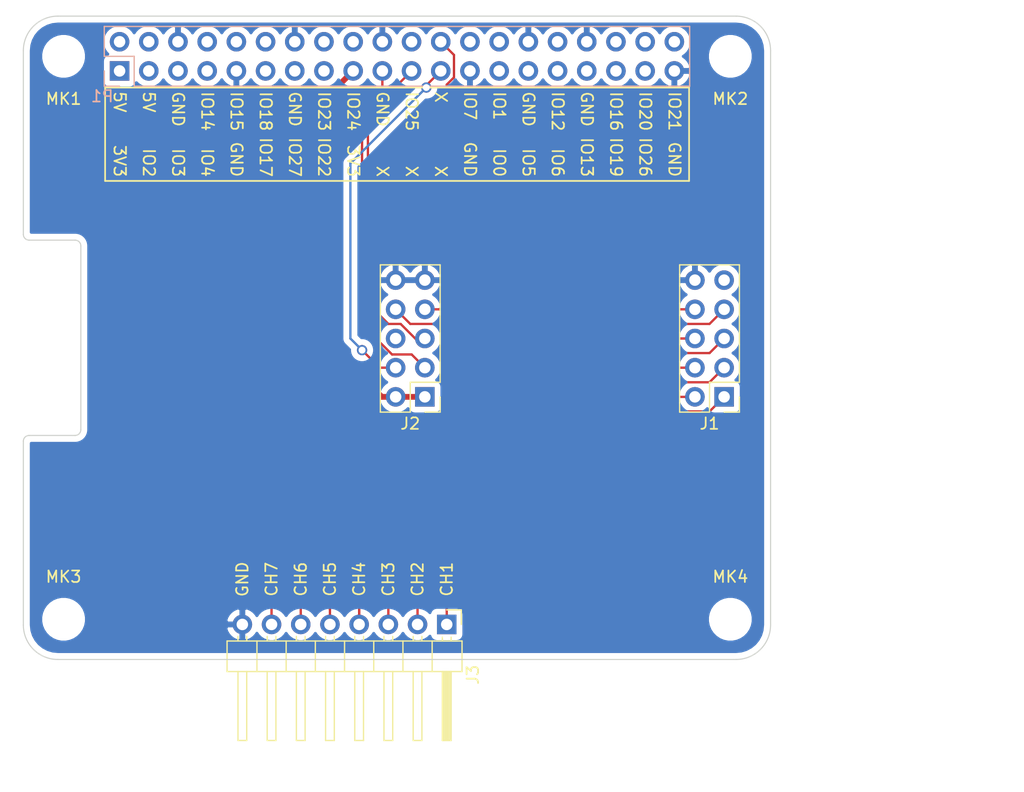
<source format=kicad_pcb>
(kicad_pcb (version 20171130) (host pcbnew "(5.1.9-0-10_14)")

  (general
    (thickness 1.6)
    (drawings 86)
    (tracks 83)
    (zones 0)
    (modules 8)
    (nets 42)
  )

  (page A3)
  (title_block
    (date "15 nov 2012")
  )

  (layers
    (0 F.Cu signal)
    (31 B.Cu signal)
    (32 B.Adhes user)
    (33 F.Adhes user)
    (34 B.Paste user)
    (35 F.Paste user)
    (36 B.SilkS user)
    (37 F.SilkS user)
    (38 B.Mask user)
    (39 F.Mask user)
    (40 Dwgs.User user)
    (41 Cmts.User user)
    (42 Eco1.User user)
    (43 Eco2.User user)
    (44 Edge.Cuts user)
    (45 Margin user)
    (46 B.CrtYd user)
    (47 F.CrtYd user)
  )

  (setup
    (last_trace_width 0.2)
    (trace_clearance 0.2)
    (zone_clearance 0.508)
    (zone_45_only yes)
    (trace_min 0.1524)
    (via_size 0.9)
    (via_drill 0.6)
    (via_min_size 0.8)
    (via_min_drill 0.5)
    (uvia_size 0.5)
    (uvia_drill 0.1)
    (uvias_allowed no)
    (uvia_min_size 0.5)
    (uvia_min_drill 0.1)
    (edge_width 0.1)
    (segment_width 0.1)
    (pcb_text_width 0.25)
    (pcb_text_size 1 1)
    (mod_edge_width 0.15)
    (mod_text_size 1 1)
    (mod_text_width 0.15)
    (pad_size 2.5 2.5)
    (pad_drill 2.5)
    (pad_to_mask_clearance 0.0508)
    (solder_mask_min_width 0.101)
    (aux_axis_origin 200 150)
    (grid_origin 200 150)
    (visible_elements 7FFFFFFF)
    (pcbplotparams
      (layerselection 0x010f0_ffffffff)
      (usegerberextensions true)
      (usegerberattributes false)
      (usegerberadvancedattributes false)
      (creategerberjobfile false)
      (excludeedgelayer true)
      (linewidth 0.150000)
      (plotframeref false)
      (viasonmask false)
      (mode 1)
      (useauxorigin false)
      (hpglpennumber 1)
      (hpglpenspeed 20)
      (hpglpendiameter 15.000000)
      (psnegative false)
      (psa4output false)
      (plotreference true)
      (plotvalue true)
      (plotinvisibletext false)
      (padsonsilk false)
      (subtractmaskfromsilk false)
      (outputformat 1)
      (mirror false)
      (drillshape 0)
      (scaleselection 1)
      (outputdirectory ""))
  )

  (net 0 "")
  (net 1 +3V3)
  (net 2 +5V)
  (net 3 GND)
  (net 4 /ID_SD)
  (net 5 /ID_SC)
  (net 6 /GPIO5)
  (net 7 /GPIO6)
  (net 8 /GPIO26)
  (net 9 "/GPIO2(SDA1)")
  (net 10 "/GPIO3(SCL1)")
  (net 11 "/GPIO4(GCLK)")
  (net 12 "/GPIO14(TXD0)")
  (net 13 "/GPIO15(RXD0)")
  (net 14 "/GPIO17(GEN0)")
  (net 15 "/GPIO27(GEN2)")
  (net 16 "/GPIO22(GEN3)")
  (net 17 "/GPIO23(GEN4)")
  (net 18 "/GPIO24(GEN5)")
  (net 19 "/GPIO25(GEN6)")
  (net 20 "/GPIO18(GEN1)(PWM0)")
  (net 21 "/GPIO7(SPI1_CE_N)")
  (net 22 "/GPIO12(PWM0)")
  (net 23 "/GPIO13(PWM1)")
  (net 24 "/GPIO19(SPI1_MISO)")
  (net 25 /GPIO16)
  (net 26 "/GPIO20(SPI1_MOSI)")
  (net 27 "/GPIO21(SPI1_SCK)")
  (net 28 /CH1)
  (net 29 /CH2)
  (net 30 /CH3)
  (net 31 /CH4)
  (net 32 /CH5)
  (net 33 /CH6)
  (net 34 /CH7)
  (net 35 /CH8)
  (net 36 "Net-(J1-Pad9)")
  (net 37 /CSN)
  (net 38 "Net-(J2-Pad6)")
  (net 39 /SO)
  (net 40 /SCK)
  (net 41 /SI)

  (net_class Default "This is the default net class."
    (clearance 0.2)
    (trace_width 0.2)
    (via_dia 0.9)
    (via_drill 0.6)
    (uvia_dia 0.5)
    (uvia_drill 0.1)
    (add_net +5V)
    (add_net /CH1)
    (add_net /CH2)
    (add_net /CH3)
    (add_net /CH4)
    (add_net /CH5)
    (add_net /CH6)
    (add_net /CH7)
    (add_net /CH8)
    (add_net /CSN)
    (add_net "/GPIO12(PWM0)")
    (add_net "/GPIO13(PWM1)")
    (add_net "/GPIO14(TXD0)")
    (add_net "/GPIO15(RXD0)")
    (add_net /GPIO16)
    (add_net "/GPIO17(GEN0)")
    (add_net "/GPIO18(GEN1)(PWM0)")
    (add_net "/GPIO19(SPI1_MISO)")
    (add_net "/GPIO2(SDA1)")
    (add_net "/GPIO20(SPI1_MOSI)")
    (add_net "/GPIO21(SPI1_SCK)")
    (add_net "/GPIO22(GEN3)")
    (add_net "/GPIO23(GEN4)")
    (add_net "/GPIO24(GEN5)")
    (add_net "/GPIO25(GEN6)")
    (add_net /GPIO26)
    (add_net "/GPIO27(GEN2)")
    (add_net "/GPIO3(SCL1)")
    (add_net "/GPIO4(GCLK)")
    (add_net /GPIO5)
    (add_net /GPIO6)
    (add_net "/GPIO7(SPI1_CE_N)")
    (add_net /ID_SC)
    (add_net /ID_SD)
    (add_net /SCK)
    (add_net /SI)
    (add_net /SO)
    (add_net GND)
    (add_net "Net-(J1-Pad9)")
    (add_net "Net-(J2-Pad6)")
  )

  (net_class Power ""
    (clearance 0.2)
    (trace_width 0.5)
    (via_dia 1)
    (via_drill 0.7)
    (uvia_dia 0.5)
    (uvia_drill 0.1)
    (add_net +3V3)
  )

  (module Connector_PinSocket_2.54mm:PinSocket_2x20_P2.54mm_Vertical (layer B.Cu) (tedit 5A19A433) (tstamp 60F7F926)
    (at 208.37 98.77 270)
    (descr "Through hole straight socket strip, 2x20, 2.54mm pitch, double cols (from Kicad 4.0.7), script generated")
    (tags "Through hole socket strip THT 2x20 2.54mm double row")
    (path /59AD464A)
    (fp_text reference P1 (at 2.208 1.512) (layer B.SilkS)
      (effects (font (size 1 1) (thickness 0.15)) (justify mirror))
    )
    (fp_text value Conn_02x20_Odd_Even (at -1.27 -51.03 270) (layer B.Fab)
      (effects (font (size 1 1) (thickness 0.15)) (justify mirror))
    )
    (fp_line (start -3.81 1.27) (end 0.27 1.27) (layer B.Fab) (width 0.1))
    (fp_line (start 0.27 1.27) (end 1.27 0.27) (layer B.Fab) (width 0.1))
    (fp_line (start 1.27 0.27) (end 1.27 -49.53) (layer B.Fab) (width 0.1))
    (fp_line (start 1.27 -49.53) (end -3.81 -49.53) (layer B.Fab) (width 0.1))
    (fp_line (start -3.81 -49.53) (end -3.81 1.27) (layer B.Fab) (width 0.1))
    (fp_line (start -3.87 1.33) (end -1.27 1.33) (layer B.SilkS) (width 0.12))
    (fp_line (start -3.87 1.33) (end -3.87 -49.59) (layer B.SilkS) (width 0.12))
    (fp_line (start -3.87 -49.59) (end 1.33 -49.59) (layer B.SilkS) (width 0.12))
    (fp_line (start 1.33 -1.27) (end 1.33 -49.59) (layer B.SilkS) (width 0.12))
    (fp_line (start -1.27 -1.27) (end 1.33 -1.27) (layer B.SilkS) (width 0.12))
    (fp_line (start -1.27 1.33) (end -1.27 -1.27) (layer B.SilkS) (width 0.12))
    (fp_line (start 1.33 1.33) (end 1.33 0) (layer B.SilkS) (width 0.12))
    (fp_line (start 0 1.33) (end 1.33 1.33) (layer B.SilkS) (width 0.12))
    (fp_line (start -4.34 1.8) (end 1.76 1.8) (layer B.CrtYd) (width 0.05))
    (fp_line (start 1.76 1.8) (end 1.76 -50) (layer B.CrtYd) (width 0.05))
    (fp_line (start 1.76 -50) (end -4.34 -50) (layer B.CrtYd) (width 0.05))
    (fp_line (start -4.34 -50) (end -4.34 1.8) (layer B.CrtYd) (width 0.05))
    (fp_text user %R (at -1.27 -24.13 180) (layer B.Fab)
      (effects (font (size 1 1) (thickness 0.15)) (justify mirror))
    )
    (pad 1 thru_hole rect (at 0 0 270) (size 1.7 1.7) (drill 1) (layers *.Cu *.Mask)
      (net 1 +3V3))
    (pad 2 thru_hole oval (at -2.54 0 270) (size 1.7 1.7) (drill 1) (layers *.Cu *.Mask)
      (net 2 +5V))
    (pad 3 thru_hole oval (at 0 -2.54 270) (size 1.7 1.7) (drill 1) (layers *.Cu *.Mask)
      (net 9 "/GPIO2(SDA1)"))
    (pad 4 thru_hole oval (at -2.54 -2.54 270) (size 1.7 1.7) (drill 1) (layers *.Cu *.Mask)
      (net 2 +5V))
    (pad 5 thru_hole oval (at 0 -5.08 270) (size 1.7 1.7) (drill 1) (layers *.Cu *.Mask)
      (net 10 "/GPIO3(SCL1)"))
    (pad 6 thru_hole oval (at -2.54 -5.08 270) (size 1.7 1.7) (drill 1) (layers *.Cu *.Mask)
      (net 3 GND))
    (pad 7 thru_hole oval (at 0 -7.62 270) (size 1.7 1.7) (drill 1) (layers *.Cu *.Mask)
      (net 11 "/GPIO4(GCLK)"))
    (pad 8 thru_hole oval (at -2.54 -7.62 270) (size 1.7 1.7) (drill 1) (layers *.Cu *.Mask)
      (net 12 "/GPIO14(TXD0)"))
    (pad 9 thru_hole oval (at 0 -10.16 270) (size 1.7 1.7) (drill 1) (layers *.Cu *.Mask)
      (net 3 GND))
    (pad 10 thru_hole oval (at -2.54 -10.16 270) (size 1.7 1.7) (drill 1) (layers *.Cu *.Mask)
      (net 13 "/GPIO15(RXD0)"))
    (pad 11 thru_hole oval (at 0 -12.7 270) (size 1.7 1.7) (drill 1) (layers *.Cu *.Mask)
      (net 14 "/GPIO17(GEN0)"))
    (pad 12 thru_hole oval (at -2.54 -12.7 270) (size 1.7 1.7) (drill 1) (layers *.Cu *.Mask)
      (net 20 "/GPIO18(GEN1)(PWM0)"))
    (pad 13 thru_hole oval (at 0 -15.24 270) (size 1.7 1.7) (drill 1) (layers *.Cu *.Mask)
      (net 15 "/GPIO27(GEN2)"))
    (pad 14 thru_hole oval (at -2.54 -15.24 270) (size 1.7 1.7) (drill 1) (layers *.Cu *.Mask)
      (net 3 GND))
    (pad 15 thru_hole oval (at 0 -17.78 270) (size 1.7 1.7) (drill 1) (layers *.Cu *.Mask)
      (net 16 "/GPIO22(GEN3)"))
    (pad 16 thru_hole oval (at -2.54 -17.78 270) (size 1.7 1.7) (drill 1) (layers *.Cu *.Mask)
      (net 17 "/GPIO23(GEN4)"))
    (pad 17 thru_hole oval (at 0 -20.32 270) (size 1.7 1.7) (drill 1) (layers *.Cu *.Mask)
      (net 1 +3V3))
    (pad 18 thru_hole oval (at -2.54 -20.32 270) (size 1.7 1.7) (drill 1) (layers *.Cu *.Mask)
      (net 18 "/GPIO24(GEN5)"))
    (pad 19 thru_hole oval (at 0 -22.86 270) (size 1.7 1.7) (drill 1) (layers *.Cu *.Mask)
      (net 41 /SI))
    (pad 20 thru_hole oval (at -2.54 -22.86 270) (size 1.7 1.7) (drill 1) (layers *.Cu *.Mask)
      (net 3 GND))
    (pad 21 thru_hole oval (at 0 -25.4 270) (size 1.7 1.7) (drill 1) (layers *.Cu *.Mask)
      (net 39 /SO))
    (pad 22 thru_hole oval (at -2.54 -25.4 270) (size 1.7 1.7) (drill 1) (layers *.Cu *.Mask)
      (net 19 "/GPIO25(GEN6)"))
    (pad 23 thru_hole oval (at 0 -27.94 270) (size 1.7 1.7) (drill 1) (layers *.Cu *.Mask)
      (net 40 /SCK))
    (pad 24 thru_hole oval (at -2.54 -27.94 270) (size 1.7 1.7) (drill 1) (layers *.Cu *.Mask)
      (net 37 /CSN))
    (pad 25 thru_hole oval (at 0 -30.48 270) (size 1.7 1.7) (drill 1) (layers *.Cu *.Mask)
      (net 3 GND))
    (pad 26 thru_hole oval (at -2.54 -30.48 270) (size 1.7 1.7) (drill 1) (layers *.Cu *.Mask)
      (net 21 "/GPIO7(SPI1_CE_N)"))
    (pad 27 thru_hole oval (at 0 -33.02 270) (size 1.7 1.7) (drill 1) (layers *.Cu *.Mask)
      (net 4 /ID_SD))
    (pad 28 thru_hole oval (at -2.54 -33.02 270) (size 1.7 1.7) (drill 1) (layers *.Cu *.Mask)
      (net 5 /ID_SC))
    (pad 29 thru_hole oval (at 0 -35.56 270) (size 1.7 1.7) (drill 1) (layers *.Cu *.Mask)
      (net 6 /GPIO5))
    (pad 30 thru_hole oval (at -2.54 -35.56 270) (size 1.7 1.7) (drill 1) (layers *.Cu *.Mask)
      (net 3 GND))
    (pad 31 thru_hole oval (at 0 -38.1 270) (size 1.7 1.7) (drill 1) (layers *.Cu *.Mask)
      (net 7 /GPIO6))
    (pad 32 thru_hole oval (at -2.54 -38.1 270) (size 1.7 1.7) (drill 1) (layers *.Cu *.Mask)
      (net 22 "/GPIO12(PWM0)"))
    (pad 33 thru_hole oval (at 0 -40.64 270) (size 1.7 1.7) (drill 1) (layers *.Cu *.Mask)
      (net 23 "/GPIO13(PWM1)"))
    (pad 34 thru_hole oval (at -2.54 -40.64 270) (size 1.7 1.7) (drill 1) (layers *.Cu *.Mask)
      (net 3 GND))
    (pad 35 thru_hole oval (at 0 -43.18 270) (size 1.7 1.7) (drill 1) (layers *.Cu *.Mask)
      (net 24 "/GPIO19(SPI1_MISO)"))
    (pad 36 thru_hole oval (at -2.54 -43.18 270) (size 1.7 1.7) (drill 1) (layers *.Cu *.Mask)
      (net 25 /GPIO16))
    (pad 37 thru_hole oval (at 0 -45.72 270) (size 1.7 1.7) (drill 1) (layers *.Cu *.Mask)
      (net 8 /GPIO26))
    (pad 38 thru_hole oval (at -2.54 -45.72 270) (size 1.7 1.7) (drill 1) (layers *.Cu *.Mask)
      (net 26 "/GPIO20(SPI1_MOSI)"))
    (pad 39 thru_hole oval (at 0 -48.26 270) (size 1.7 1.7) (drill 1) (layers *.Cu *.Mask)
      (net 3 GND))
    (pad 40 thru_hole oval (at -2.54 -48.26 270) (size 1.7 1.7) (drill 1) (layers *.Cu *.Mask)
      (net 27 "/GPIO21(SPI1_SCK)"))
    (model ${KISYS3DMOD}/Connector_PinSocket_2.54mm.3dshapes/PinSocket_2x20_P2.54mm_Vertical.wrl
      (at (xyz 0 0 0))
      (scale (xyz 1 1 1))
      (rotate (xyz 0 0 0))
    )
  )

  (module MountingHole:MountingHole_2.7mm_M2.5 (layer F.Cu) (tedit 56D1B4CB) (tstamp 5A793E98)
    (at 261.5 146.5)
    (descr "Mounting Hole 2.7mm, no annular, M2.5")
    (tags "mounting hole 2.7mm no annular m2.5")
    (path /5834FC4F)
    (attr virtual)
    (fp_text reference MK4 (at 0 -3.7) (layer F.SilkS)
      (effects (font (size 1 1) (thickness 0.15)))
    )
    (fp_text value M2.5 (at 0 3.7) (layer F.Fab)
      (effects (font (size 1 1) (thickness 0.15)))
    )
    (fp_circle (center 0 0) (end 2.95 0) (layer F.CrtYd) (width 0.05))
    (fp_circle (center 0 0) (end 2.7 0) (layer Cmts.User) (width 0.15))
    (fp_text user %R (at 0.3 0) (layer F.Fab)
      (effects (font (size 1 1) (thickness 0.15)))
    )
    (pad 1 np_thru_hole circle (at 0 0) (size 2.7 2.7) (drill 2.7) (layers *.Cu *.Mask))
  )

  (module MountingHole:MountingHole_2.7mm_M2.5 (layer F.Cu) (tedit 56D1B4CB) (tstamp 5A793E91)
    (at 203.5 146.5)
    (descr "Mounting Hole 2.7mm, no annular, M2.5")
    (tags "mounting hole 2.7mm no annular m2.5")
    (path /5834FBEF)
    (attr virtual)
    (fp_text reference MK3 (at 0 -3.7) (layer F.SilkS)
      (effects (font (size 1 1) (thickness 0.15)))
    )
    (fp_text value M2.5 (at 0 3.7) (layer F.Fab)
      (effects (font (size 1 1) (thickness 0.15)))
    )
    (fp_circle (center 0 0) (end 2.7 0) (layer Cmts.User) (width 0.15))
    (fp_circle (center 0 0) (end 2.95 0) (layer F.CrtYd) (width 0.05))
    (fp_text user %R (at 0.3 0) (layer F.Fab)
      (effects (font (size 1 1) (thickness 0.15)))
    )
    (pad 1 np_thru_hole circle (at 0 0) (size 2.7 2.7) (drill 2.7) (layers *.Cu *.Mask))
  )

  (module MountingHole:MountingHole_2.7mm_M2.5 (layer F.Cu) (tedit 56D1B4CB) (tstamp 5A793E8A)
    (at 261.5 97.5 180)
    (descr "Mounting Hole 2.7mm, no annular, M2.5")
    (tags "mounting hole 2.7mm no annular m2.5")
    (path /5834FC19)
    (attr virtual)
    (fp_text reference MK2 (at 0 -3.7 180) (layer F.SilkS)
      (effects (font (size 1 1) (thickness 0.15)))
    )
    (fp_text value M2.5 (at 0 3.7 180) (layer F.Fab)
      (effects (font (size 1 1) (thickness 0.15)))
    )
    (fp_circle (center 0 0) (end 2.95 0) (layer F.CrtYd) (width 0.05))
    (fp_circle (center 0 0) (end 2.7 0) (layer Cmts.User) (width 0.15))
    (fp_text user %R (at 0.3 0 180) (layer F.Fab)
      (effects (font (size 1 1) (thickness 0.15)))
    )
    (pad 1 np_thru_hole circle (at 0 0 180) (size 2.7 2.7) (drill 2.7) (layers *.Cu *.Mask))
  )

  (module MountingHole:MountingHole_2.7mm_M2.5 (layer F.Cu) (tedit 56D1B4CB) (tstamp 5A793E83)
    (at 203.5 97.5 180)
    (descr "Mounting Hole 2.7mm, no annular, M2.5")
    (tags "mounting hole 2.7mm no annular m2.5")
    (path /5834FB2E)
    (attr virtual)
    (fp_text reference MK1 (at 0 -3.7 180) (layer F.SilkS)
      (effects (font (size 1 1) (thickness 0.15)))
    )
    (fp_text value M2.5 (at 0 3.7 180) (layer F.Fab)
      (effects (font (size 1 1) (thickness 0.15)))
    )
    (fp_circle (center 0 0) (end 2.7 0) (layer Cmts.User) (width 0.15))
    (fp_circle (center 0 0) (end 2.95 0) (layer F.CrtYd) (width 0.05))
    (fp_text user %R (at 0.3 0 180) (layer F.Fab)
      (effects (font (size 1 1) (thickness 0.15)))
    )
    (pad 1 np_thru_hole circle (at 0 0 180) (size 2.7 2.7) (drill 2.7) (layers *.Cu *.Mask))
  )

  (module Connector_PinHeader_2.54mm:PinHeader_2x05_P2.54mm_Vertical (layer F.Cu) (tedit 59FED5CC) (tstamp 603EB668)
    (at 260.96 127.14 180)
    (descr "Through hole straight pin header, 2x05, 2.54mm pitch, double rows")
    (tags "Through hole pin header THT 2x05 2.54mm double row")
    (path /60456020)
    (fp_text reference J1 (at 1.27 -2.33) (layer F.SilkS)
      (effects (font (size 1 1) (thickness 0.15)))
    )
    (fp_text value Conn_02x05_Odd_Even (at 1.27 12.49) (layer F.Fab)
      (effects (font (size 1 1) (thickness 0.15)))
    )
    (fp_line (start 0 -1.27) (end 3.81 -1.27) (layer F.Fab) (width 0.1))
    (fp_line (start 3.81 -1.27) (end 3.81 11.43) (layer F.Fab) (width 0.1))
    (fp_line (start 3.81 11.43) (end -1.27 11.43) (layer F.Fab) (width 0.1))
    (fp_line (start -1.27 11.43) (end -1.27 0) (layer F.Fab) (width 0.1))
    (fp_line (start -1.27 0) (end 0 -1.27) (layer F.Fab) (width 0.1))
    (fp_line (start -1.33 11.49) (end 3.87 11.49) (layer F.SilkS) (width 0.12))
    (fp_line (start -1.33 1.27) (end -1.33 11.49) (layer F.SilkS) (width 0.12))
    (fp_line (start 3.87 -1.33) (end 3.87 11.49) (layer F.SilkS) (width 0.12))
    (fp_line (start -1.33 1.27) (end 1.27 1.27) (layer F.SilkS) (width 0.12))
    (fp_line (start 1.27 1.27) (end 1.27 -1.33) (layer F.SilkS) (width 0.12))
    (fp_line (start 1.27 -1.33) (end 3.87 -1.33) (layer F.SilkS) (width 0.12))
    (fp_line (start -1.33 0) (end -1.33 -1.33) (layer F.SilkS) (width 0.12))
    (fp_line (start -1.33 -1.33) (end 0 -1.33) (layer F.SilkS) (width 0.12))
    (fp_line (start -1.8 -1.8) (end -1.8 11.95) (layer F.CrtYd) (width 0.05))
    (fp_line (start -1.8 11.95) (end 4.35 11.95) (layer F.CrtYd) (width 0.05))
    (fp_line (start 4.35 11.95) (end 4.35 -1.8) (layer F.CrtYd) (width 0.05))
    (fp_line (start 4.35 -1.8) (end -1.8 -1.8) (layer F.CrtYd) (width 0.05))
    (fp_text user %R (at 1.27 5.08 90) (layer F.Fab)
      (effects (font (size 1 1) (thickness 0.15)))
    )
    (pad 1 thru_hole rect (at 0 0 180) (size 1.7 1.7) (drill 1) (layers *.Cu *.Mask)
      (net 28 /CH1))
    (pad 2 thru_hole oval (at 2.54 0 180) (size 1.7 1.7) (drill 1) (layers *.Cu *.Mask)
      (net 29 /CH2))
    (pad 3 thru_hole oval (at 0 2.54 180) (size 1.7 1.7) (drill 1) (layers *.Cu *.Mask)
      (net 30 /CH3))
    (pad 4 thru_hole oval (at 2.54 2.54 180) (size 1.7 1.7) (drill 1) (layers *.Cu *.Mask)
      (net 31 /CH4))
    (pad 5 thru_hole oval (at 0 5.08 180) (size 1.7 1.7) (drill 1) (layers *.Cu *.Mask)
      (net 32 /CH5))
    (pad 6 thru_hole oval (at 2.54 5.08 180) (size 1.7 1.7) (drill 1) (layers *.Cu *.Mask)
      (net 33 /CH6))
    (pad 7 thru_hole oval (at 0 7.62 180) (size 1.7 1.7) (drill 1) (layers *.Cu *.Mask)
      (net 34 /CH7))
    (pad 8 thru_hole oval (at 2.54 7.62 180) (size 1.7 1.7) (drill 1) (layers *.Cu *.Mask)
      (net 35 /CH8))
    (pad 9 thru_hole oval (at 0 10.16 180) (size 1.7 1.7) (drill 1) (layers *.Cu *.Mask)
      (net 36 "Net-(J1-Pad9)"))
    (pad 10 thru_hole oval (at 2.54 10.16 180) (size 1.7 1.7) (drill 1) (layers *.Cu *.Mask)
      (net 3 GND))
    (model ${KISYS3DMOD}/Connector_PinHeader_2.54mm.3dshapes/PinHeader_2x05_P2.54mm_Vertical.wrl
      (at (xyz 0 0 0))
      (scale (xyz 1 1 1))
      (rotate (xyz 0 0 0))
    )
  )

  (module Connector_PinHeader_2.54mm:PinHeader_2x05_P2.54mm_Vertical (layer F.Cu) (tedit 59FED5CC) (tstamp 60F03342)
    (at 234.925 127.14 180)
    (descr "Through hole straight pin header, 2x05, 2.54mm pitch, double rows")
    (tags "Through hole pin header THT 2x05 2.54mm double row")
    (path /6046469D)
    (fp_text reference J2 (at 1.27 -2.33) (layer F.SilkS)
      (effects (font (size 1 1) (thickness 0.15)))
    )
    (fp_text value Conn_02x05_Odd_Even (at 1.27 12.49) (layer F.Fab)
      (effects (font (size 1 1) (thickness 0.15)))
    )
    (fp_line (start 4.35 -1.8) (end -1.8 -1.8) (layer F.CrtYd) (width 0.05))
    (fp_line (start 4.35 11.95) (end 4.35 -1.8) (layer F.CrtYd) (width 0.05))
    (fp_line (start -1.8 11.95) (end 4.35 11.95) (layer F.CrtYd) (width 0.05))
    (fp_line (start -1.8 -1.8) (end -1.8 11.95) (layer F.CrtYd) (width 0.05))
    (fp_line (start -1.33 -1.33) (end 0 -1.33) (layer F.SilkS) (width 0.12))
    (fp_line (start -1.33 0) (end -1.33 -1.33) (layer F.SilkS) (width 0.12))
    (fp_line (start 1.27 -1.33) (end 3.87 -1.33) (layer F.SilkS) (width 0.12))
    (fp_line (start 1.27 1.27) (end 1.27 -1.33) (layer F.SilkS) (width 0.12))
    (fp_line (start -1.33 1.27) (end 1.27 1.27) (layer F.SilkS) (width 0.12))
    (fp_line (start 3.87 -1.33) (end 3.87 11.49) (layer F.SilkS) (width 0.12))
    (fp_line (start -1.33 1.27) (end -1.33 11.49) (layer F.SilkS) (width 0.12))
    (fp_line (start -1.33 11.49) (end 3.87 11.49) (layer F.SilkS) (width 0.12))
    (fp_line (start -1.27 0) (end 0 -1.27) (layer F.Fab) (width 0.1))
    (fp_line (start -1.27 11.43) (end -1.27 0) (layer F.Fab) (width 0.1))
    (fp_line (start 3.81 11.43) (end -1.27 11.43) (layer F.Fab) (width 0.1))
    (fp_line (start 3.81 -1.27) (end 3.81 11.43) (layer F.Fab) (width 0.1))
    (fp_line (start 0 -1.27) (end 3.81 -1.27) (layer F.Fab) (width 0.1))
    (fp_text user %R (at 1.27 5.08 90) (layer F.Fab)
      (effects (font (size 1 1) (thickness 0.15)))
    )
    (pad 10 thru_hole oval (at 2.54 10.16 180) (size 1.7 1.7) (drill 1) (layers *.Cu *.Mask)
      (net 3 GND))
    (pad 9 thru_hole oval (at 0 10.16 180) (size 1.7 1.7) (drill 1) (layers *.Cu *.Mask)
      (net 3 GND))
    (pad 8 thru_hole oval (at 2.54 7.62 180) (size 1.7 1.7) (drill 1) (layers *.Cu *.Mask)
      (net 35 /CH8))
    (pad 7 thru_hole oval (at 0 7.62 180) (size 1.7 1.7) (drill 1) (layers *.Cu *.Mask)
      (net 37 /CSN))
    (pad 6 thru_hole oval (at 2.54 5.08 180) (size 1.7 1.7) (drill 1) (layers *.Cu *.Mask)
      (net 38 "Net-(J2-Pad6)"))
    (pad 5 thru_hole oval (at 0 5.08 180) (size 1.7 1.7) (drill 1) (layers *.Cu *.Mask)
      (net 39 /SO))
    (pad 4 thru_hole oval (at 2.54 2.54 180) (size 1.7 1.7) (drill 1) (layers *.Cu *.Mask)
      (net 40 /SCK))
    (pad 3 thru_hole oval (at 0 2.54 180) (size 1.7 1.7) (drill 1) (layers *.Cu *.Mask)
      (net 41 /SI))
    (pad 2 thru_hole oval (at 2.54 0 180) (size 1.7 1.7) (drill 1) (layers *.Cu *.Mask)
      (net 1 +3V3))
    (pad 1 thru_hole rect (at 0 0 180) (size 1.7 1.7) (drill 1) (layers *.Cu *.Mask)
      (net 1 +3V3))
    (model ${KISYS3DMOD}/Connector_PinHeader_2.54mm.3dshapes/PinHeader_2x05_P2.54mm_Vertical.wrl
      (at (xyz 0 0 0))
      (scale (xyz 1 1 1))
      (rotate (xyz 0 0 0))
    )
  )

  (module Connector_PinHeader_2.54mm:PinHeader_1x08_P2.54mm_Horizontal (layer F.Cu) (tedit 59FED5CB) (tstamp 603EAE7F)
    (at 236.83 146.952 270)
    (descr "Through hole angled pin header, 1x08, 2.54mm pitch, 6mm pin length, single row")
    (tags "Through hole angled pin header THT 1x08 2.54mm single row")
    (path /6048B383)
    (fp_text reference J3 (at 4.385 -2.27 90) (layer F.SilkS)
      (effects (font (size 1 1) (thickness 0.15)))
    )
    (fp_text value Conn_01x08 (at 4.385 20.05 90) (layer F.Fab)
      (effects (font (size 1 1) (thickness 0.15)))
    )
    (fp_line (start 2.135 -1.27) (end 4.04 -1.27) (layer F.Fab) (width 0.1))
    (fp_line (start 4.04 -1.27) (end 4.04 19.05) (layer F.Fab) (width 0.1))
    (fp_line (start 4.04 19.05) (end 1.5 19.05) (layer F.Fab) (width 0.1))
    (fp_line (start 1.5 19.05) (end 1.5 -0.635) (layer F.Fab) (width 0.1))
    (fp_line (start 1.5 -0.635) (end 2.135 -1.27) (layer F.Fab) (width 0.1))
    (fp_line (start -0.32 -0.32) (end 1.5 -0.32) (layer F.Fab) (width 0.1))
    (fp_line (start -0.32 -0.32) (end -0.32 0.32) (layer F.Fab) (width 0.1))
    (fp_line (start -0.32 0.32) (end 1.5 0.32) (layer F.Fab) (width 0.1))
    (fp_line (start 4.04 -0.32) (end 10.04 -0.32) (layer F.Fab) (width 0.1))
    (fp_line (start 10.04 -0.32) (end 10.04 0.32) (layer F.Fab) (width 0.1))
    (fp_line (start 4.04 0.32) (end 10.04 0.32) (layer F.Fab) (width 0.1))
    (fp_line (start -0.32 2.22) (end 1.5 2.22) (layer F.Fab) (width 0.1))
    (fp_line (start -0.32 2.22) (end -0.32 2.86) (layer F.Fab) (width 0.1))
    (fp_line (start -0.32 2.86) (end 1.5 2.86) (layer F.Fab) (width 0.1))
    (fp_line (start 4.04 2.22) (end 10.04 2.22) (layer F.Fab) (width 0.1))
    (fp_line (start 10.04 2.22) (end 10.04 2.86) (layer F.Fab) (width 0.1))
    (fp_line (start 4.04 2.86) (end 10.04 2.86) (layer F.Fab) (width 0.1))
    (fp_line (start -0.32 4.76) (end 1.5 4.76) (layer F.Fab) (width 0.1))
    (fp_line (start -0.32 4.76) (end -0.32 5.4) (layer F.Fab) (width 0.1))
    (fp_line (start -0.32 5.4) (end 1.5 5.4) (layer F.Fab) (width 0.1))
    (fp_line (start 4.04 4.76) (end 10.04 4.76) (layer F.Fab) (width 0.1))
    (fp_line (start 10.04 4.76) (end 10.04 5.4) (layer F.Fab) (width 0.1))
    (fp_line (start 4.04 5.4) (end 10.04 5.4) (layer F.Fab) (width 0.1))
    (fp_line (start -0.32 7.3) (end 1.5 7.3) (layer F.Fab) (width 0.1))
    (fp_line (start -0.32 7.3) (end -0.32 7.94) (layer F.Fab) (width 0.1))
    (fp_line (start -0.32 7.94) (end 1.5 7.94) (layer F.Fab) (width 0.1))
    (fp_line (start 4.04 7.3) (end 10.04 7.3) (layer F.Fab) (width 0.1))
    (fp_line (start 10.04 7.3) (end 10.04 7.94) (layer F.Fab) (width 0.1))
    (fp_line (start 4.04 7.94) (end 10.04 7.94) (layer F.Fab) (width 0.1))
    (fp_line (start -0.32 9.84) (end 1.5 9.84) (layer F.Fab) (width 0.1))
    (fp_line (start -0.32 9.84) (end -0.32 10.48) (layer F.Fab) (width 0.1))
    (fp_line (start -0.32 10.48) (end 1.5 10.48) (layer F.Fab) (width 0.1))
    (fp_line (start 4.04 9.84) (end 10.04 9.84) (layer F.Fab) (width 0.1))
    (fp_line (start 10.04 9.84) (end 10.04 10.48) (layer F.Fab) (width 0.1))
    (fp_line (start 4.04 10.48) (end 10.04 10.48) (layer F.Fab) (width 0.1))
    (fp_line (start -0.32 12.38) (end 1.5 12.38) (layer F.Fab) (width 0.1))
    (fp_line (start -0.32 12.38) (end -0.32 13.02) (layer F.Fab) (width 0.1))
    (fp_line (start -0.32 13.02) (end 1.5 13.02) (layer F.Fab) (width 0.1))
    (fp_line (start 4.04 12.38) (end 10.04 12.38) (layer F.Fab) (width 0.1))
    (fp_line (start 10.04 12.38) (end 10.04 13.02) (layer F.Fab) (width 0.1))
    (fp_line (start 4.04 13.02) (end 10.04 13.02) (layer F.Fab) (width 0.1))
    (fp_line (start -0.32 14.92) (end 1.5 14.92) (layer F.Fab) (width 0.1))
    (fp_line (start -0.32 14.92) (end -0.32 15.56) (layer F.Fab) (width 0.1))
    (fp_line (start -0.32 15.56) (end 1.5 15.56) (layer F.Fab) (width 0.1))
    (fp_line (start 4.04 14.92) (end 10.04 14.92) (layer F.Fab) (width 0.1))
    (fp_line (start 10.04 14.92) (end 10.04 15.56) (layer F.Fab) (width 0.1))
    (fp_line (start 4.04 15.56) (end 10.04 15.56) (layer F.Fab) (width 0.1))
    (fp_line (start -0.32 17.46) (end 1.5 17.46) (layer F.Fab) (width 0.1))
    (fp_line (start -0.32 17.46) (end -0.32 18.1) (layer F.Fab) (width 0.1))
    (fp_line (start -0.32 18.1) (end 1.5 18.1) (layer F.Fab) (width 0.1))
    (fp_line (start 4.04 17.46) (end 10.04 17.46) (layer F.Fab) (width 0.1))
    (fp_line (start 10.04 17.46) (end 10.04 18.1) (layer F.Fab) (width 0.1))
    (fp_line (start 4.04 18.1) (end 10.04 18.1) (layer F.Fab) (width 0.1))
    (fp_line (start 1.44 -1.33) (end 1.44 19.11) (layer F.SilkS) (width 0.12))
    (fp_line (start 1.44 19.11) (end 4.1 19.11) (layer F.SilkS) (width 0.12))
    (fp_line (start 4.1 19.11) (end 4.1 -1.33) (layer F.SilkS) (width 0.12))
    (fp_line (start 4.1 -1.33) (end 1.44 -1.33) (layer F.SilkS) (width 0.12))
    (fp_line (start 4.1 -0.38) (end 10.1 -0.38) (layer F.SilkS) (width 0.12))
    (fp_line (start 10.1 -0.38) (end 10.1 0.38) (layer F.SilkS) (width 0.12))
    (fp_line (start 10.1 0.38) (end 4.1 0.38) (layer F.SilkS) (width 0.12))
    (fp_line (start 4.1 -0.32) (end 10.1 -0.32) (layer F.SilkS) (width 0.12))
    (fp_line (start 4.1 -0.2) (end 10.1 -0.2) (layer F.SilkS) (width 0.12))
    (fp_line (start 4.1 -0.08) (end 10.1 -0.08) (layer F.SilkS) (width 0.12))
    (fp_line (start 4.1 0.04) (end 10.1 0.04) (layer F.SilkS) (width 0.12))
    (fp_line (start 4.1 0.16) (end 10.1 0.16) (layer F.SilkS) (width 0.12))
    (fp_line (start 4.1 0.28) (end 10.1 0.28) (layer F.SilkS) (width 0.12))
    (fp_line (start 1.11 -0.38) (end 1.44 -0.38) (layer F.SilkS) (width 0.12))
    (fp_line (start 1.11 0.38) (end 1.44 0.38) (layer F.SilkS) (width 0.12))
    (fp_line (start 1.44 1.27) (end 4.1 1.27) (layer F.SilkS) (width 0.12))
    (fp_line (start 4.1 2.16) (end 10.1 2.16) (layer F.SilkS) (width 0.12))
    (fp_line (start 10.1 2.16) (end 10.1 2.92) (layer F.SilkS) (width 0.12))
    (fp_line (start 10.1 2.92) (end 4.1 2.92) (layer F.SilkS) (width 0.12))
    (fp_line (start 1.042929 2.16) (end 1.44 2.16) (layer F.SilkS) (width 0.12))
    (fp_line (start 1.042929 2.92) (end 1.44 2.92) (layer F.SilkS) (width 0.12))
    (fp_line (start 1.44 3.81) (end 4.1 3.81) (layer F.SilkS) (width 0.12))
    (fp_line (start 4.1 4.7) (end 10.1 4.7) (layer F.SilkS) (width 0.12))
    (fp_line (start 10.1 4.7) (end 10.1 5.46) (layer F.SilkS) (width 0.12))
    (fp_line (start 10.1 5.46) (end 4.1 5.46) (layer F.SilkS) (width 0.12))
    (fp_line (start 1.042929 4.7) (end 1.44 4.7) (layer F.SilkS) (width 0.12))
    (fp_line (start 1.042929 5.46) (end 1.44 5.46) (layer F.SilkS) (width 0.12))
    (fp_line (start 1.44 6.35) (end 4.1 6.35) (layer F.SilkS) (width 0.12))
    (fp_line (start 4.1 7.24) (end 10.1 7.24) (layer F.SilkS) (width 0.12))
    (fp_line (start 10.1 7.24) (end 10.1 8) (layer F.SilkS) (width 0.12))
    (fp_line (start 10.1 8) (end 4.1 8) (layer F.SilkS) (width 0.12))
    (fp_line (start 1.042929 7.24) (end 1.44 7.24) (layer F.SilkS) (width 0.12))
    (fp_line (start 1.042929 8) (end 1.44 8) (layer F.SilkS) (width 0.12))
    (fp_line (start 1.44 8.89) (end 4.1 8.89) (layer F.SilkS) (width 0.12))
    (fp_line (start 4.1 9.78) (end 10.1 9.78) (layer F.SilkS) (width 0.12))
    (fp_line (start 10.1 9.78) (end 10.1 10.54) (layer F.SilkS) (width 0.12))
    (fp_line (start 10.1 10.54) (end 4.1 10.54) (layer F.SilkS) (width 0.12))
    (fp_line (start 1.042929 9.78) (end 1.44 9.78) (layer F.SilkS) (width 0.12))
    (fp_line (start 1.042929 10.54) (end 1.44 10.54) (layer F.SilkS) (width 0.12))
    (fp_line (start 1.44 11.43) (end 4.1 11.43) (layer F.SilkS) (width 0.12))
    (fp_line (start 4.1 12.32) (end 10.1 12.32) (layer F.SilkS) (width 0.12))
    (fp_line (start 10.1 12.32) (end 10.1 13.08) (layer F.SilkS) (width 0.12))
    (fp_line (start 10.1 13.08) (end 4.1 13.08) (layer F.SilkS) (width 0.12))
    (fp_line (start 1.042929 12.32) (end 1.44 12.32) (layer F.SilkS) (width 0.12))
    (fp_line (start 1.042929 13.08) (end 1.44 13.08) (layer F.SilkS) (width 0.12))
    (fp_line (start 1.44 13.97) (end 4.1 13.97) (layer F.SilkS) (width 0.12))
    (fp_line (start 4.1 14.86) (end 10.1 14.86) (layer F.SilkS) (width 0.12))
    (fp_line (start 10.1 14.86) (end 10.1 15.62) (layer F.SilkS) (width 0.12))
    (fp_line (start 10.1 15.62) (end 4.1 15.62) (layer F.SilkS) (width 0.12))
    (fp_line (start 1.042929 14.86) (end 1.44 14.86) (layer F.SilkS) (width 0.12))
    (fp_line (start 1.042929 15.62) (end 1.44 15.62) (layer F.SilkS) (width 0.12))
    (fp_line (start 1.44 16.51) (end 4.1 16.51) (layer F.SilkS) (width 0.12))
    (fp_line (start 4.1 17.4) (end 10.1 17.4) (layer F.SilkS) (width 0.12))
    (fp_line (start 10.1 17.4) (end 10.1 18.16) (layer F.SilkS) (width 0.12))
    (fp_line (start 10.1 18.16) (end 4.1 18.16) (layer F.SilkS) (width 0.12))
    (fp_line (start 1.042929 17.4) (end 1.44 17.4) (layer F.SilkS) (width 0.12))
    (fp_line (start 1.042929 18.16) (end 1.44 18.16) (layer F.SilkS) (width 0.12))
    (fp_line (start -1.27 0) (end -1.27 -1.27) (layer F.SilkS) (width 0.12))
    (fp_line (start -1.27 -1.27) (end 0 -1.27) (layer F.SilkS) (width 0.12))
    (fp_line (start -1.8 -1.8) (end -1.8 19.55) (layer F.CrtYd) (width 0.05))
    (fp_line (start -1.8 19.55) (end 10.55 19.55) (layer F.CrtYd) (width 0.05))
    (fp_line (start 10.55 19.55) (end 10.55 -1.8) (layer F.CrtYd) (width 0.05))
    (fp_line (start 10.55 -1.8) (end -1.8 -1.8) (layer F.CrtYd) (width 0.05))
    (fp_text user %R (at 2.77 8.89) (layer F.Fab)
      (effects (font (size 1 1) (thickness 0.15)))
    )
    (pad 1 thru_hole rect (at 0 0 270) (size 1.7 1.7) (drill 1) (layers *.Cu *.Mask)
      (net 28 /CH1))
    (pad 2 thru_hole oval (at 0 2.54 270) (size 1.7 1.7) (drill 1) (layers *.Cu *.Mask)
      (net 29 /CH2))
    (pad 3 thru_hole oval (at 0 5.08 270) (size 1.7 1.7) (drill 1) (layers *.Cu *.Mask)
      (net 30 /CH3))
    (pad 4 thru_hole oval (at 0 7.62 270) (size 1.7 1.7) (drill 1) (layers *.Cu *.Mask)
      (net 31 /CH4))
    (pad 5 thru_hole oval (at 0 10.16 270) (size 1.7 1.7) (drill 1) (layers *.Cu *.Mask)
      (net 32 /CH5))
    (pad 6 thru_hole oval (at 0 12.7 270) (size 1.7 1.7) (drill 1) (layers *.Cu *.Mask)
      (net 33 /CH6))
    (pad 7 thru_hole oval (at 0 15.24 270) (size 1.7 1.7) (drill 1) (layers *.Cu *.Mask)
      (net 34 /CH7))
    (pad 8 thru_hole oval (at 0 17.78 270) (size 1.7 1.7) (drill 1) (layers *.Cu *.Mask)
      (net 3 GND))
    (model ${KISYS3DMOD}/Connector_PinHeader_2.54mm.3dshapes/PinHeader_1x08_P2.54mm_Horizontal.wrl
      (at (xyz 0 0 0))
      (scale (xyz 1 1 1))
      (rotate (xyz 0 0 0))
    )
  )

  (gr_line (start 207.112 100.216) (end 257.912 100.216) (layer F.SilkS) (width 0.15) (tstamp 60F7FCB5))
  (gr_line (start 207.112 108.344) (end 207.112 100.216) (layer F.SilkS) (width 0.15))
  (gr_line (start 257.912 108.344) (end 207.112 108.344) (layer F.SilkS) (width 0.15))
  (gr_line (start 257.912 100.216) (end 257.912 108.344) (layer F.SilkS) (width 0.15))
  (gr_text IO0 (at 241.402 108.09 -90) (layer F.SilkS) (tstamp 60F7FCAD)
    (effects (font (size 1 1) (thickness 0.15)) (justify right))
  )
  (gr_text IO1 (at 241.402 100.47 -90) (layer F.SilkS) (tstamp 60F7FCAC)
    (effects (font (size 1 1) (thickness 0.15)) (justify left))
  )
  (gr_text GND (at 256.642 108.09 -90) (layer F.SilkS) (tstamp 60F7FC8E)
    (effects (font (size 1 1) (thickness 0.15)) (justify right))
  )
  (gr_text IO21 (at 256.642 100.47 -90) (layer F.SilkS) (tstamp 60F7FC8D)
    (effects (font (size 1 1) (thickness 0.15)) (justify left))
  )
  (gr_text IO26 (at 254.102 108.09 -90) (layer F.SilkS) (tstamp 60F7FC8A)
    (effects (font (size 1 1) (thickness 0.15)) (justify right))
  )
  (gr_text IO20 (at 254.102 100.47 -90) (layer F.SilkS) (tstamp 60F7FC89)
    (effects (font (size 1 1) (thickness 0.15)) (justify left))
  )
  (gr_text IO19 (at 251.562 108.09 -90) (layer F.SilkS) (tstamp 60F7FC86)
    (effects (font (size 1 1) (thickness 0.15)) (justify right))
  )
  (gr_text IO16 (at 251.562 100.47 -90) (layer F.SilkS) (tstamp 60F7FC85)
    (effects (font (size 1 1) (thickness 0.15)) (justify left))
  )
  (gr_text IO13 (at 249.022 108.09 -90) (layer F.SilkS) (tstamp 60F7FC82)
    (effects (font (size 1 1) (thickness 0.15)) (justify right))
  )
  (gr_text GND (at 249.022 100.47 -90) (layer F.SilkS) (tstamp 60F7FC81)
    (effects (font (size 1 1) (thickness 0.15)) (justify left))
  )
  (gr_text IO6 (at 246.482 108.09 -90) (layer F.SilkS) (tstamp 60F7FC7B)
    (effects (font (size 1 1) (thickness 0.15)) (justify right))
  )
  (gr_text IO12 (at 246.482 100.47 -90) (layer F.SilkS) (tstamp 60F7FC7A)
    (effects (font (size 1 1) (thickness 0.15)) (justify left))
  )
  (gr_text GND (at 243.942 100.47 -90) (layer F.SilkS) (tstamp 60F7FC77)
    (effects (font (size 1 1) (thickness 0.15)) (justify left))
  )
  (gr_text IO5 (at 243.942 108.09 -90) (layer F.SilkS) (tstamp 60F7FC76)
    (effects (font (size 1 1) (thickness 0.15)) (justify right))
  )
  (gr_text GND (at 238.862 108.09 -90) (layer F.SilkS) (tstamp 60F7FC4E)
    (effects (font (size 1 1) (thickness 0.15)) (justify right))
  )
  (gr_text IO7 (at 238.862 100.47 -90) (layer F.SilkS) (tstamp 60F7FC4D)
    (effects (font (size 1 1) (thickness 0.15)) (justify left))
  )
  (gr_text X (at 236.322 100.47 -90) (layer F.SilkS) (tstamp 60F7FC4A)
    (effects (font (size 1 1) (thickness 0.15)) (justify left))
  )
  (gr_text X (at 236.322 108.09 -90) (layer F.SilkS) (tstamp 60F7FC49)
    (effects (font (size 1 1) (thickness 0.15)) (justify right))
  )
  (gr_text IO25 (at 233.782 100.47 -90) (layer F.SilkS) (tstamp 60F7FC46)
    (effects (font (size 1 1) (thickness 0.15)) (justify left))
  )
  (gr_text X (at 233.782 108.09 -90) (layer F.SilkS) (tstamp 60F7FC45)
    (effects (font (size 1 1) (thickness 0.15)) (justify right))
  )
  (gr_text X (at 231.242 108.09 -90) (layer F.SilkS) (tstamp 60F7FC42)
    (effects (font (size 1 1) (thickness 0.15)) (justify right))
  )
  (gr_text GND (at 231.242 100.47 -90) (layer F.SilkS) (tstamp 60F7FC41)
    (effects (font (size 1 1) (thickness 0.15)) (justify left))
  )
  (gr_text 3V3 (at 228.702 108.09 -90) (layer F.SilkS) (tstamp 60F7FC3E)
    (effects (font (size 1 1) (thickness 0.15)) (justify right))
  )
  (gr_text IO24 (at 228.702 100.47 -90) (layer F.SilkS) (tstamp 60F7FC3D)
    (effects (font (size 1 1) (thickness 0.15)) (justify left))
  )
  (gr_text IO22 (at 226.162 108.09 -90) (layer F.SilkS) (tstamp 60F7FC1B)
    (effects (font (size 1 1) (thickness 0.15)) (justify right))
  )
  (gr_text IO23 (at 226.162 100.47 -90) (layer F.SilkS) (tstamp 60F7FC1A)
    (effects (font (size 1 1) (thickness 0.15)) (justify left))
  )
  (gr_text IO27 (at 223.622 108.09 -90) (layer F.SilkS) (tstamp 60F7FC17)
    (effects (font (size 1 1) (thickness 0.15)) (justify right))
  )
  (gr_text "GND\n" (at 223.622 100.47 -90) (layer F.SilkS) (tstamp 60F7FC16)
    (effects (font (size 1 1) (thickness 0.15)) (justify left))
  )
  (gr_text IO17 (at 221.082 108.09 -90) (layer F.SilkS) (tstamp 60F7FC13)
    (effects (font (size 1 1) (thickness 0.15)) (justify right))
  )
  (gr_text IO18 (at 221.082 100.47 -90) (layer F.SilkS) (tstamp 60F7FC12)
    (effects (font (size 1 1) (thickness 0.15)) (justify left))
  )
  (gr_text IO15 (at 218.542 100.47 -90) (layer F.SilkS) (tstamp 60F7FC0F)
    (effects (font (size 1 1) (thickness 0.15)) (justify left))
  )
  (gr_text GND (at 218.542 108.09 -90) (layer F.SilkS) (tstamp 60F7FC0E)
    (effects (font (size 1 1) (thickness 0.15)) (justify right))
  )
  (gr_text IO4 (at 216.002 108.09 -90) (layer F.SilkS) (tstamp 60F7FC0B)
    (effects (font (size 1 1) (thickness 0.15)) (justify right))
  )
  (gr_text IO14 (at 216.002 100.47 -90) (layer F.SilkS) (tstamp 60F7FC0A)
    (effects (font (size 1 1) (thickness 0.15)) (justify left))
  )
  (gr_text "GND\n" (at 213.462 100.47 -90) (layer F.SilkS) (tstamp 60F7FBD9)
    (effects (font (size 1 1) (thickness 0.15)) (justify left))
  )
  (gr_text "IO3\n" (at 213.462 108.09 -90) (layer F.SilkS) (tstamp 60F7FBC7)
    (effects (font (size 1 1) (thickness 0.15)) (justify right))
  )
  (gr_text 5V (at 210.922 100.47 -90) (layer F.SilkS) (tstamp 60F7FB64)
    (effects (font (size 1 1) (thickness 0.15)) (justify left))
  )
  (gr_text "IO2\n" (at 210.922 108.09 -90) (layer F.SilkS) (tstamp 60F7FBB8)
    (effects (font (size 1 1) (thickness 0.15)) (justify right))
  )
  (gr_text 5V (at 208.382 100.47 -90) (layer F.SilkS) (tstamp 60F7FBD4)
    (effects (font (size 1 1) (thickness 0.15)) (justify left))
  )
  (gr_text "3V3\n" (at 208.382 108.09 -90) (layer F.SilkS)
    (effects (font (size 1 1) (thickness 0.15)) (justify right))
  )
  (gr_text CH1 (at 236.83 143.015 90) (layer F.SilkS)
    (effects (font (size 1 1) (thickness 0.15)))
  )
  (gr_text CH2 (at 234.29 143.015 90) (layer F.SilkS)
    (effects (font (size 1 1) (thickness 0.15)))
  )
  (gr_text CH3 (at 231.75 143.015 90) (layer F.SilkS)
    (effects (font (size 1 1) (thickness 0.15)))
  )
  (gr_text CH4 (at 229.21 143.015 90) (layer F.SilkS)
    (effects (font (size 1 1) (thickness 0.15)))
  )
  (gr_text CH5 (at 226.67 143.015 90) (layer F.SilkS)
    (effects (font (size 1 1) (thickness 0.15)))
  )
  (gr_text CH6 (at 224.13 143.015 90) (layer F.SilkS)
    (effects (font (size 1 1) (thickness 0.15)))
  )
  (gr_text CH7 (at 221.59 143.015 90) (layer F.SilkS)
    (effects (font (size 1 1) (thickness 0.15)))
  )
  (gr_text GND (at 219.05 143.015 90) (layer F.SilkS)
    (effects (font (size 1 1) (thickness 0.15)))
  )
  (gr_text DISPLAY (at 202.5 122 90) (layer Dwgs.User) (tstamp 580CBBFF)
    (effects (font (size 1 1) (thickness 0.15)))
  )
  (gr_line (start 200 113) (end 200 131) (layer Dwgs.User) (width 0.1))
  (gr_arc (start 204.5 130) (end 205 130) (angle 90) (layer Edge.Cuts) (width 0.1))
  (gr_arc (start 200.5 131) (end 200 131) (angle 89.9) (layer Edge.Cuts) (width 0.1))
  (gr_line (start 204.5 130.5) (end 200.5 130.5) (layer Edge.Cuts) (width 0.1))
  (gr_arc (start 200.5 113) (end 200.5 113.5) (angle 90) (layer Edge.Cuts) (width 0.1))
  (gr_arc (start 204.5 114) (end 204.5 113.5) (angle 90) (layer Edge.Cuts) (width 0.1))
  (gr_line (start 200 97) (end 200 113) (layer Edge.Cuts) (width 0.1))
  (gr_text RJ45 (at 276.2 139.84) (layer Dwgs.User) (tstamp 580CBBEB)
    (effects (font (size 2 2) (thickness 0.15)))
  )
  (gr_text USB (at 277.724 121.552) (layer Dwgs.User) (tstamp 580CBBE9)
    (effects (font (size 2 2) (thickness 0.15)))
  )
  (gr_text USB (at 278.232 102.248) (layer Dwgs.User)
    (effects (font (size 2 2) (thickness 0.15)))
  )
  (gr_arc (start 262 97) (end 262 94) (angle 90) (layer Edge.Cuts) (width 0.1))
  (gr_arc (start 262 147) (end 265 147) (angle 90) (layer Edge.Cuts) (width 0.1))
  (gr_arc (start 203 147) (end 203 150) (angle 90) (layer Edge.Cuts) (width 0.1))
  (gr_arc (start 203 97) (end 200 97) (angle 90) (layer Edge.Cuts) (width 0.1))
  (gr_line (start 269.9 114.45) (end 287 114.45) (layer Dwgs.User) (width 0.1))
  (gr_line (start 262 94) (end 203 94) (layer Edge.Cuts) (width 0.1))
  (gr_line (start 269.9 127.55) (end 269.9 114.45) (layer Dwgs.User) (width 0.1))
  (gr_line (start 287 127.55) (end 269.9 127.55) (layer Dwgs.User) (width 0.1))
  (gr_line (start 287 114.45) (end 287 127.55) (layer Dwgs.User) (width 0.1))
  (gr_line (start 205 114) (end 205 130) (layer Edge.Cuts) (width 0.1))
  (gr_line (start 200.5 113.5) (end 204.5 113.5) (layer Edge.Cuts) (width 0.1))
  (gr_line (start 266 147.675) (end 266 131.825) (layer Dwgs.User) (width 0.1))
  (gr_line (start 287 147.675) (end 266 147.675) (layer Dwgs.User) (width 0.1))
  (gr_line (start 287 131.825) (end 287 147.675) (layer Dwgs.User) (width 0.1))
  (gr_line (start 266 131.825) (end 287 131.825) (layer Dwgs.User) (width 0.1))
  (gr_line (start 265 147) (end 265 97) (layer Edge.Cuts) (width 0.1))
  (gr_line (start 203 150) (end 262 150) (layer Edge.Cuts) (width 0.1))
  (gr_line (start 200 131) (end 200 147) (layer Edge.Cuts) (width 0.1))
  (gr_line (start 269.9 109.455925) (end 269.9 96.355925) (layer Dwgs.User) (width 0.1))
  (gr_line (start 287 109.455925) (end 269.9 109.455925) (layer Dwgs.User) (width 0.1))
  (gr_line (start 287 96.355925) (end 287 109.455925) (layer Dwgs.User) (width 0.1))
  (gr_line (start 269.9 96.355925) (end 287 96.355925) (layer Dwgs.User) (width 0.1))
  (gr_text "RASPBERRY-PI 40-PIN CC1101 GPIO-TRACER CONNECTOR BOARD" (at 200 160.16) (layer Dwgs.User)
    (effects (font (size 2 1.7) (thickness 0.12)) (justify left))
  )

  (segment (start 232.385 127.14) (end 231.182919 127.14) (width 0.5) (layer F.Cu) (net 1))
  (segment (start 232.385 127.14) (end 234.925 127.14) (width 0.5) (layer F.Cu) (net 1))
  (segment (start 231.182919 127.14) (end 227.432 123.389081) (width 0.5) (layer F.Cu) (net 1))
  (segment (start 227.432 100.028) (end 228.69 98.77) (width 0.5) (layer F.Cu) (net 1))
  (segment (start 227.432 123.389081) (end 227.432 100.028) (width 0.5) (layer F.Cu) (net 1))
  (segment (start 259.69 128.41) (end 260.96 127.14) (width 0.2) (layer F.Cu) (net 28))
  (segment (start 236.83 144.92) (end 236.83 146.952) (width 0.2) (layer F.Cu) (net 28))
  (segment (start 236.83 141.11) (end 236.83 144.92) (width 0.2) (layer F.Cu) (net 28))
  (segment (start 236.83 141.11) (end 237.465 140.475) (width 0.2) (layer F.Cu) (net 28))
  (segment (start 237.465 140.475) (end 243.18 140.475) (width 0.2) (layer F.Cu) (net 28))
  (segment (start 243.18 140.475) (end 255.245 128.41) (width 0.2) (layer F.Cu) (net 28))
  (segment (start 255.245 128.41) (end 259.69 128.41) (width 0.2) (layer F.Cu) (net 28))
  (segment (start 234.29 146.952) (end 234.29 141.745) (width 0.2) (layer F.Cu) (net 29))
  (segment (start 234.29 141.745) (end 236.83 139.205) (width 0.2) (layer F.Cu) (net 29))
  (segment (start 236.83 139.205) (end 242.545 139.205) (width 0.2) (layer F.Cu) (net 29))
  (segment (start 242.545 139.205) (end 254.61 127.14) (width 0.2) (layer F.Cu) (net 29))
  (segment (start 254.61 127.14) (end 257.785 127.14) (width 0.2) (layer F.Cu) (net 29))
  (segment (start 259.69 125.87) (end 260.96 124.6) (width 0.2) (layer F.Cu) (net 30))
  (segment (start 231.75 144.92) (end 231.75 146.952) (width 0.2) (layer F.Cu) (net 30))
  (segment (start 231.75 144.92) (end 231.75 142.38) (width 0.2) (layer F.Cu) (net 30))
  (segment (start 231.75 142.38) (end 236.195 137.935) (width 0.2) (layer F.Cu) (net 30))
  (segment (start 236.195 137.935) (end 241.91 137.935) (width 0.2) (layer F.Cu) (net 30))
  (segment (start 259.69 125.87) (end 253.975 125.87) (width 0.2) (layer F.Cu) (net 30))
  (segment (start 253.975 125.87) (end 241.91 137.935) (width 0.2) (layer F.Cu) (net 30))
  (segment (start 229.21 146.952) (end 229.21 144.92) (width 0.2) (layer F.Cu) (net 31))
  (segment (start 229.21 144.92) (end 229.21 146.19) (width 0.2) (layer F.Cu) (net 31))
  (segment (start 229.21 144.92) (end 229.21 143.015) (width 0.2) (layer F.Cu) (net 31))
  (segment (start 229.21 143.015) (end 235.56 136.665) (width 0.2) (layer F.Cu) (net 31))
  (segment (start 235.56 136.665) (end 241.275 136.665) (width 0.2) (layer F.Cu) (net 31))
  (segment (start 241.275 136.665) (end 253.34 124.6) (width 0.2) (layer F.Cu) (net 31))
  (segment (start 253.34 124.6) (end 258.42 124.6) (width 0.2) (layer F.Cu) (net 31))
  (segment (start 226.67 145.624301) (end 226.67 146.952) (width 0.2) (layer F.Cu) (net 32))
  (segment (start 260.96 122.06) (end 259.69 123.33) (width 0.2) (layer F.Cu) (net 32))
  (segment (start 226.67 145.624301) (end 226.67 145.555) (width 0.2) (layer F.Cu) (net 32))
  (segment (start 226.67 145.624301) (end 226.67 144.92) (width 0.2) (layer F.Cu) (net 32))
  (segment (start 226.67 144.92) (end 226.67 143.65) (width 0.2) (layer F.Cu) (net 32))
  (segment (start 226.67 143.65) (end 234.925 135.395) (width 0.2) (layer F.Cu) (net 32))
  (segment (start 234.925 135.395) (end 240.64 135.395) (width 0.2) (layer F.Cu) (net 32))
  (segment (start 240.64 135.395) (end 252.705 123.33) (width 0.2) (layer F.Cu) (net 32))
  (segment (start 252.705 123.33) (end 259.69 123.33) (width 0.2) (layer F.Cu) (net 32))
  (segment (start 240.005 134.125) (end 252.07 122.06) (width 0.2) (layer F.Cu) (net 33))
  (segment (start 234.29 134.125) (end 240.005 134.125) (width 0.2) (layer F.Cu) (net 33))
  (segment (start 224.13 144.285) (end 234.29 134.125) (width 0.2) (layer F.Cu) (net 33))
  (segment (start 252.07 122.06) (end 258.42 122.06) (width 0.2) (layer F.Cu) (net 33))
  (segment (start 224.13 146.952) (end 224.13 144.285) (width 0.2) (layer F.Cu) (net 33))
  (segment (start 221.59 144.92) (end 221.59 146.952) (width 0.2) (layer F.Cu) (net 34))
  (segment (start 233.655 132.855) (end 221.59 144.92) (width 0.2) (layer F.Cu) (net 34))
  (segment (start 239.37 132.855) (end 233.655 132.855) (width 0.2) (layer F.Cu) (net 34))
  (segment (start 251.435 120.79) (end 239.37 132.855) (width 0.2) (layer F.Cu) (net 34))
  (segment (start 259.69 120.79) (end 251.435 120.79) (width 0.2) (layer F.Cu) (net 34))
  (segment (start 260.96 119.52) (end 259.69 120.79) (width 0.2) (layer F.Cu) (net 34))
  (segment (start 249.53 120.79) (end 250.8 119.52) (width 0.2) (layer F.Cu) (net 35))
  (segment (start 233.655 120.79) (end 249.53 120.79) (width 0.2) (layer F.Cu) (net 35))
  (segment (start 232.385 119.52) (end 233.655 120.79) (width 0.2) (layer F.Cu) (net 35))
  (segment (start 250.8 119.52) (end 258.42 119.52) (width 0.2) (layer F.Cu) (net 35))
  (segment (start 237.460001 97.380001) (end 236.31 96.23) (width 0.2) (layer F.Cu) (net 37))
  (segment (start 236.83 99.962) (end 237.460001 99.331999) (width 0.2) (layer F.Cu) (net 37))
  (segment (start 236.83 118.885) (end 236.83 99.962) (width 0.2) (layer F.Cu) (net 37))
  (segment (start 236.195 119.52) (end 236.83 118.885) (width 0.2) (layer F.Cu) (net 37))
  (segment (start 237.460001 99.331999) (end 237.460001 97.380001) (width 0.2) (layer F.Cu) (net 37))
  (segment (start 234.925 119.52) (end 236.195 119.52) (width 0.2) (layer F.Cu) (net 37))
  (segment (start 234.925 122.06) (end 234.29 122.06) (width 0.2) (layer F.Cu) (net 39))
  (segment (start 234.087002 122.06) (end 232.817002 120.79) (width 0.2) (layer F.Cu) (net 39))
  (segment (start 234.925 122.06) (end 234.087002 122.06) (width 0.2) (layer F.Cu) (net 39))
  (segment (start 233.77 98.77) (end 229.972 102.568) (width 0.2) (layer F.Cu) (net 39))
  (segment (start 229.972 119.012) (end 231.75 120.79) (width 0.2) (layer F.Cu) (net 39))
  (segment (start 229.972 102.568) (end 229.972 119.012) (width 0.2) (layer F.Cu) (net 39))
  (segment (start 232.817002 120.79) (end 231.75 120.79) (width 0.2) (layer F.Cu) (net 39))
  (segment (start 232.385 124.6) (end 230.988 124.6) (width 0.2) (layer F.Cu) (net 40))
  (via (at 229.464 123.076) (size 0.9) (drill 0.6) (layers F.Cu B.Cu) (net 40))
  (segment (start 230.988 124.6) (end 229.464 123.076) (width 0.2) (layer F.Cu) (net 40))
  (segment (start 229.464 123.076) (end 228.448 122.06) (width 0.2) (layer B.Cu) (net 40))
  (segment (start 228.448 122.06) (end 228.448 106.82) (width 0.2) (layer B.Cu) (net 40))
  (via (at 235.052 100.216) (size 0.9) (drill 0.6) (layers F.Cu B.Cu) (net 40))
  (segment (start 228.448 106.82) (end 235.052 100.216) (width 0.2) (layer B.Cu) (net 40))
  (segment (start 235.052 100.028) (end 236.31 98.77) (width 0.2) (layer F.Cu) (net 40))
  (segment (start 235.052 100.216) (end 235.052 100.028) (width 0.2) (layer F.Cu) (net 40))
  (segment (start 229.464 120.841002) (end 229.464 102.248) (width 0.2) (layer F.Cu) (net 41))
  (segment (start 232.072997 123.449999) (end 229.464 120.841002) (width 0.2) (layer F.Cu) (net 41))
  (segment (start 233.774999 123.449999) (end 232.072997 123.449999) (width 0.2) (layer F.Cu) (net 41))
  (segment (start 234.925 124.6) (end 233.774999 123.449999) (width 0.2) (layer F.Cu) (net 41))
  (segment (start 231.23 100.482) (end 231.23 98.77) (width 0.2) (layer F.Cu) (net 41))
  (segment (start 229.464 102.248) (end 231.23 100.482) (width 0.2) (layer F.Cu) (net 41))

  (zone (net 3) (net_name GND) (layer B.Cu) (tstamp 0) (hatch edge 0.508)
    (connect_pads (clearance 0.508))
    (min_thickness 0.254)
    (fill yes (arc_segments 32) (thermal_gap 0.508) (thermal_bridge_width 0.508))
    (polygon
      (pts
        (xy 268.072 153.048) (xy 197.968 153.048) (xy 197.968 92.596) (xy 268.072 92.596)
      )
    )
    (filled_polygon
      (pts
        (xy 262.449016 94.732312) (xy 262.88093 94.862714) (xy 263.279285 95.074524) (xy 263.628914 95.359675) (xy 263.916497 95.707303)
        (xy 264.131086 96.104177) (xy 264.264498 96.535161) (xy 264.315001 97.015663) (xy 264.315 146.966495) (xy 264.267688 147.449016)
        (xy 264.137287 147.880927) (xy 263.92548 148.27928) (xy 263.640325 148.628914) (xy 263.292697 148.916497) (xy 262.895825 149.131085)
        (xy 262.464834 149.2645) (xy 261.984346 149.315) (xy 203.033504 149.315) (xy 202.550984 149.267688) (xy 202.119073 149.137287)
        (xy 201.72072 148.92548) (xy 201.371086 148.640325) (xy 201.083503 148.292697) (xy 200.868915 147.895825) (xy 200.7355 147.464834)
        (xy 200.685 146.984346) (xy 200.685 146.304495) (xy 201.515 146.304495) (xy 201.515 146.695505) (xy 201.591282 147.079003)
        (xy 201.740915 147.44025) (xy 201.958149 147.765364) (xy 202.234636 148.041851) (xy 202.55975 148.259085) (xy 202.920997 148.408718)
        (xy 203.304495 148.485) (xy 203.695505 148.485) (xy 204.079003 148.408718) (xy 204.44025 148.259085) (xy 204.765364 148.041851)
        (xy 205.041851 147.765364) (xy 205.259085 147.44025) (xy 205.313495 147.308891) (xy 217.608519 147.308891) (xy 217.705843 147.583252)
        (xy 217.854822 147.833355) (xy 218.049731 148.049588) (xy 218.28308 148.223641) (xy 218.545901 148.348825) (xy 218.69311 148.393476)
        (xy 218.923 148.272155) (xy 218.923 147.079) (xy 217.729186 147.079) (xy 217.608519 147.308891) (xy 205.313495 147.308891)
        (xy 205.408718 147.079003) (xy 205.485 146.695505) (xy 205.485 146.595109) (xy 217.608519 146.595109) (xy 217.729186 146.825)
        (xy 218.923 146.825) (xy 218.923 145.631845) (xy 219.177 145.631845) (xy 219.177 146.825) (xy 219.197 146.825)
        (xy 219.197 147.079) (xy 219.177 147.079) (xy 219.177 148.272155) (xy 219.40689 148.393476) (xy 219.554099 148.348825)
        (xy 219.81692 148.223641) (xy 220.050269 148.049588) (xy 220.245178 147.833355) (xy 220.314805 147.716466) (xy 220.436525 147.898632)
        (xy 220.643368 148.105475) (xy 220.886589 148.26799) (xy 221.156842 148.379932) (xy 221.44374 148.437) (xy 221.73626 148.437)
        (xy 222.023158 148.379932) (xy 222.293411 148.26799) (xy 222.536632 148.105475) (xy 222.743475 147.898632) (xy 222.86 147.72424)
        (xy 222.976525 147.898632) (xy 223.183368 148.105475) (xy 223.426589 148.26799) (xy 223.696842 148.379932) (xy 223.98374 148.437)
        (xy 224.27626 148.437) (xy 224.563158 148.379932) (xy 224.833411 148.26799) (xy 225.076632 148.105475) (xy 225.283475 147.898632)
        (xy 225.4 147.72424) (xy 225.516525 147.898632) (xy 225.723368 148.105475) (xy 225.966589 148.26799) (xy 226.236842 148.379932)
        (xy 226.52374 148.437) (xy 226.81626 148.437) (xy 227.103158 148.379932) (xy 227.373411 148.26799) (xy 227.616632 148.105475)
        (xy 227.823475 147.898632) (xy 227.94 147.72424) (xy 228.056525 147.898632) (xy 228.263368 148.105475) (xy 228.506589 148.26799)
        (xy 228.776842 148.379932) (xy 229.06374 148.437) (xy 229.35626 148.437) (xy 229.643158 148.379932) (xy 229.913411 148.26799)
        (xy 230.156632 148.105475) (xy 230.363475 147.898632) (xy 230.48 147.72424) (xy 230.596525 147.898632) (xy 230.803368 148.105475)
        (xy 231.046589 148.26799) (xy 231.316842 148.379932) (xy 231.60374 148.437) (xy 231.89626 148.437) (xy 232.183158 148.379932)
        (xy 232.453411 148.26799) (xy 232.696632 148.105475) (xy 232.903475 147.898632) (xy 233.02 147.72424) (xy 233.136525 147.898632)
        (xy 233.343368 148.105475) (xy 233.586589 148.26799) (xy 233.856842 148.379932) (xy 234.14374 148.437) (xy 234.43626 148.437)
        (xy 234.723158 148.379932) (xy 234.993411 148.26799) (xy 235.236632 148.105475) (xy 235.368487 147.97362) (xy 235.390498 148.04618)
        (xy 235.449463 148.156494) (xy 235.528815 148.253185) (xy 235.625506 148.332537) (xy 235.73582 148.391502) (xy 235.855518 148.427812)
        (xy 235.98 148.440072) (xy 237.68 148.440072) (xy 237.804482 148.427812) (xy 237.92418 148.391502) (xy 238.034494 148.332537)
        (xy 238.131185 148.253185) (xy 238.210537 148.156494) (xy 238.269502 148.04618) (xy 238.305812 147.926482) (xy 238.318072 147.802)
        (xy 238.318072 146.304495) (xy 259.515 146.304495) (xy 259.515 146.695505) (xy 259.591282 147.079003) (xy 259.740915 147.44025)
        (xy 259.958149 147.765364) (xy 260.234636 148.041851) (xy 260.55975 148.259085) (xy 260.920997 148.408718) (xy 261.304495 148.485)
        (xy 261.695505 148.485) (xy 262.079003 148.408718) (xy 262.44025 148.259085) (xy 262.765364 148.041851) (xy 263.041851 147.765364)
        (xy 263.259085 147.44025) (xy 263.408718 147.079003) (xy 263.485 146.695505) (xy 263.485 146.304495) (xy 263.408718 145.920997)
        (xy 263.259085 145.55975) (xy 263.041851 145.234636) (xy 262.765364 144.958149) (xy 262.44025 144.740915) (xy 262.079003 144.591282)
        (xy 261.695505 144.515) (xy 261.304495 144.515) (xy 260.920997 144.591282) (xy 260.55975 144.740915) (xy 260.234636 144.958149)
        (xy 259.958149 145.234636) (xy 259.740915 145.55975) (xy 259.591282 145.920997) (xy 259.515 146.304495) (xy 238.318072 146.304495)
        (xy 238.318072 146.102) (xy 238.305812 145.977518) (xy 238.269502 145.85782) (xy 238.210537 145.747506) (xy 238.131185 145.650815)
        (xy 238.034494 145.571463) (xy 237.92418 145.512498) (xy 237.804482 145.476188) (xy 237.68 145.463928) (xy 235.98 145.463928)
        (xy 235.855518 145.476188) (xy 235.73582 145.512498) (xy 235.625506 145.571463) (xy 235.528815 145.650815) (xy 235.449463 145.747506)
        (xy 235.390498 145.85782) (xy 235.368487 145.93038) (xy 235.236632 145.798525) (xy 234.993411 145.63601) (xy 234.723158 145.524068)
        (xy 234.43626 145.467) (xy 234.14374 145.467) (xy 233.856842 145.524068) (xy 233.586589 145.63601) (xy 233.343368 145.798525)
        (xy 233.136525 146.005368) (xy 233.02 146.17976) (xy 232.903475 146.005368) (xy 232.696632 145.798525) (xy 232.453411 145.63601)
        (xy 232.183158 145.524068) (xy 231.89626 145.467) (xy 231.60374 145.467) (xy 231.316842 145.524068) (xy 231.046589 145.63601)
        (xy 230.803368 145.798525) (xy 230.596525 146.005368) (xy 230.48 146.17976) (xy 230.363475 146.005368) (xy 230.156632 145.798525)
        (xy 229.913411 145.63601) (xy 229.643158 145.524068) (xy 229.35626 145.467) (xy 229.06374 145.467) (xy 228.776842 145.524068)
        (xy 228.506589 145.63601) (xy 228.263368 145.798525) (xy 228.056525 146.005368) (xy 227.94 146.17976) (xy 227.823475 146.005368)
        (xy 227.616632 145.798525) (xy 227.373411 145.63601) (xy 227.103158 145.524068) (xy 226.81626 145.467) (xy 226.52374 145.467)
        (xy 226.236842 145.524068) (xy 225.966589 145.63601) (xy 225.723368 145.798525) (xy 225.516525 146.005368) (xy 225.4 146.17976)
        (xy 225.283475 146.005368) (xy 225.076632 145.798525) (xy 224.833411 145.63601) (xy 224.563158 145.524068) (xy 224.27626 145.467)
        (xy 223.98374 145.467) (xy 223.696842 145.524068) (xy 223.426589 145.63601) (xy 223.183368 145.798525) (xy 222.976525 146.005368)
        (xy 222.86 146.17976) (xy 222.743475 146.005368) (xy 222.536632 145.798525) (xy 222.293411 145.63601) (xy 222.023158 145.524068)
        (xy 221.73626 145.467) (xy 221.44374 145.467) (xy 221.156842 145.524068) (xy 220.886589 145.63601) (xy 220.643368 145.798525)
        (xy 220.436525 146.005368) (xy 220.314805 146.187534) (xy 220.245178 146.070645) (xy 220.050269 145.854412) (xy 219.81692 145.680359)
        (xy 219.554099 145.555175) (xy 219.40689 145.510524) (xy 219.177 145.631845) (xy 218.923 145.631845) (xy 218.69311 145.510524)
        (xy 218.545901 145.555175) (xy 218.28308 145.680359) (xy 218.049731 145.854412) (xy 217.854822 146.070645) (xy 217.705843 146.320748)
        (xy 217.608519 146.595109) (xy 205.485 146.595109) (xy 205.485 146.304495) (xy 205.408718 145.920997) (xy 205.259085 145.55975)
        (xy 205.041851 145.234636) (xy 204.765364 144.958149) (xy 204.44025 144.740915) (xy 204.079003 144.591282) (xy 203.695505 144.515)
        (xy 203.304495 144.515) (xy 202.920997 144.591282) (xy 202.55975 144.740915) (xy 202.234636 144.958149) (xy 201.958149 145.234636)
        (xy 201.740915 145.55975) (xy 201.591282 145.920997) (xy 201.515 146.304495) (xy 200.685 146.304495) (xy 200.685 131.185)
        (xy 204.533647 131.185) (xy 204.562601 131.182148) (xy 204.565573 131.182169) (xy 204.575092 131.181236) (xy 204.623218 131.176178)
        (xy 204.634283 131.175088) (xy 204.634652 131.174976) (xy 204.67214 131.171036) (xy 204.73299 131.158545) (xy 204.793942 131.146918)
        (xy 204.803096 131.144155) (xy 204.803102 131.144153) (xy 204.896317 131.115298) (xy 204.953533 131.091246) (xy 205.011119 131.06798)
        (xy 205.019564 131.06349) (xy 205.105401 131.017077) (xy 205.156867 130.982362) (xy 205.208821 130.948364) (xy 205.216232 130.94232)
        (xy 205.291421 130.880118) (xy 205.335162 130.83607) (xy 205.379522 130.792631) (xy 205.385618 130.785261) (xy 205.385623 130.785256)
        (xy 205.385627 130.78525) (xy 205.447294 130.70964) (xy 205.481632 130.657959) (xy 205.516733 130.606694) (xy 205.521282 130.598281)
        (xy 205.567094 130.51212) (xy 205.590758 130.454704) (xy 205.615208 130.397661) (xy 205.618036 130.388525) (xy 205.646241 130.295107)
        (xy 205.658303 130.234187) (xy 205.671209 130.17347) (xy 205.672209 130.163958) (xy 205.681731 130.066841) (xy 205.681731 130.066837)
        (xy 205.685 130.033647) (xy 205.685 113.966353) (xy 205.682148 113.937399) (xy 205.682169 113.934427) (xy 205.681236 113.924909)
        (xy 205.676179 113.87679) (xy 205.675088 113.865717) (xy 205.674976 113.865348) (xy 205.671036 113.82786) (xy 205.658547 113.767017)
        (xy 205.646918 113.706058) (xy 205.644154 113.696902) (xy 205.615298 113.603683) (xy 205.591232 113.546434) (xy 205.567979 113.488881)
        (xy 205.563489 113.480436) (xy 205.517077 113.394598) (xy 205.48235 113.343115) (xy 205.448364 113.291179) (xy 205.44232 113.283767)
        (xy 205.380118 113.208579) (xy 205.336051 113.164818) (xy 205.29263 113.120478) (xy 205.285261 113.114381) (xy 205.20964 113.052706)
        (xy 205.157959 113.018368) (xy 205.106694 112.983267) (xy 205.098281 112.978718) (xy 205.01212 112.932906) (xy 204.954704 112.909242)
        (xy 204.897661 112.884792) (xy 204.888525 112.881964) (xy 204.795107 112.853759) (xy 204.734195 112.841698) (xy 204.673471 112.828791)
        (xy 204.663959 112.827791) (xy 204.566841 112.818269) (xy 204.566837 112.818269) (xy 204.533647 112.815) (xy 200.685 112.815)
        (xy 200.685 97.304495) (xy 201.515 97.304495) (xy 201.515 97.695505) (xy 201.591282 98.079003) (xy 201.740915 98.44025)
        (xy 201.958149 98.765364) (xy 202.234636 99.041851) (xy 202.55975 99.259085) (xy 202.920997 99.408718) (xy 203.304495 99.485)
        (xy 203.695505 99.485) (xy 204.079003 99.408718) (xy 204.44025 99.259085) (xy 204.765364 99.041851) (xy 205.041851 98.765364)
        (xy 205.259085 98.44025) (xy 205.408718 98.079003) (xy 205.440345 97.92) (xy 206.881928 97.92) (xy 206.881928 99.62)
        (xy 206.894188 99.744482) (xy 206.930498 99.86418) (xy 206.989463 99.974494) (xy 207.068815 100.071185) (xy 207.165506 100.150537)
        (xy 207.27582 100.209502) (xy 207.395518 100.245812) (xy 207.52 100.258072) (xy 209.22 100.258072) (xy 209.344482 100.245812)
        (xy 209.46418 100.209502) (xy 209.574494 100.150537) (xy 209.671185 100.071185) (xy 209.750537 99.974494) (xy 209.809502 99.86418)
        (xy 209.831513 99.79162) (xy 209.963368 99.923475) (xy 210.206589 100.08599) (xy 210.476842 100.197932) (xy 210.76374 100.255)
        (xy 211.05626 100.255) (xy 211.343158 100.197932) (xy 211.613411 100.08599) (xy 211.856632 99.923475) (xy 212.063475 99.716632)
        (xy 212.18 99.54224) (xy 212.296525 99.716632) (xy 212.503368 99.923475) (xy 212.746589 100.08599) (xy 213.016842 100.197932)
        (xy 213.30374 100.255) (xy 213.59626 100.255) (xy 213.883158 100.197932) (xy 214.153411 100.08599) (xy 214.396632 99.923475)
        (xy 214.603475 99.716632) (xy 214.72 99.54224) (xy 214.836525 99.716632) (xy 215.043368 99.923475) (xy 215.286589 100.08599)
        (xy 215.556842 100.197932) (xy 215.84374 100.255) (xy 216.13626 100.255) (xy 216.423158 100.197932) (xy 216.693411 100.08599)
        (xy 216.936632 99.923475) (xy 217.143475 99.716632) (xy 217.265195 99.534466) (xy 217.334822 99.651355) (xy 217.529731 99.867588)
        (xy 217.76308 100.041641) (xy 218.025901 100.166825) (xy 218.17311 100.211476) (xy 218.403 100.090155) (xy 218.403 98.897)
        (xy 218.383 98.897) (xy 218.383 98.643) (xy 218.403 98.643) (xy 218.403 98.623) (xy 218.657 98.623)
        (xy 218.657 98.643) (xy 218.677 98.643) (xy 218.677 98.897) (xy 218.657 98.897) (xy 218.657 100.090155)
        (xy 218.88689 100.211476) (xy 219.034099 100.166825) (xy 219.29692 100.041641) (xy 219.530269 99.867588) (xy 219.725178 99.651355)
        (xy 219.794805 99.534466) (xy 219.916525 99.716632) (xy 220.123368 99.923475) (xy 220.366589 100.08599) (xy 220.636842 100.197932)
        (xy 220.92374 100.255) (xy 221.21626 100.255) (xy 221.503158 100.197932) (xy 221.773411 100.08599) (xy 222.016632 99.923475)
        (xy 222.223475 99.716632) (xy 222.34 99.54224) (xy 222.456525 99.716632) (xy 222.663368 99.923475) (xy 222.906589 100.08599)
        (xy 223.176842 100.197932) (xy 223.46374 100.255) (xy 223.75626 100.255) (xy 224.043158 100.197932) (xy 224.313411 100.08599)
        (xy 224.556632 99.923475) (xy 224.763475 99.716632) (xy 224.88 99.54224) (xy 224.996525 99.716632) (xy 225.203368 99.923475)
        (xy 225.446589 100.08599) (xy 225.716842 100.197932) (xy 226.00374 100.255) (xy 226.29626 100.255) (xy 226.583158 100.197932)
        (xy 226.853411 100.08599) (xy 227.096632 99.923475) (xy 227.303475 99.716632) (xy 227.42 99.54224) (xy 227.536525 99.716632)
        (xy 227.743368 99.923475) (xy 227.986589 100.08599) (xy 228.256842 100.197932) (xy 228.54374 100.255) (xy 228.83626 100.255)
        (xy 229.123158 100.197932) (xy 229.393411 100.08599) (xy 229.636632 99.923475) (xy 229.843475 99.716632) (xy 229.96 99.54224)
        (xy 230.076525 99.716632) (xy 230.283368 99.923475) (xy 230.526589 100.08599) (xy 230.796842 100.197932) (xy 231.08374 100.255)
        (xy 231.37626 100.255) (xy 231.663158 100.197932) (xy 231.933411 100.08599) (xy 232.176632 99.923475) (xy 232.383475 99.716632)
        (xy 232.5 99.54224) (xy 232.616525 99.716632) (xy 232.823368 99.923475) (xy 233.066589 100.08599) (xy 233.336842 100.197932)
        (xy 233.62374 100.255) (xy 233.91626 100.255) (xy 233.967 100.244907) (xy 233.967 100.261553) (xy 227.953808 106.274746)
        (xy 227.925763 106.297762) (xy 227.833914 106.40968) (xy 227.765664 106.537367) (xy 227.723635 106.675915) (xy 227.709444 106.82)
        (xy 227.713001 106.856115) (xy 227.713 122.023895) (xy 227.709444 122.06) (xy 227.713 122.096104) (xy 227.723635 122.204084)
        (xy 227.765663 122.342632) (xy 227.833913 122.470319) (xy 227.925762 122.582237) (xy 227.953808 122.605254) (xy 228.379 123.030446)
        (xy 228.379 123.182863) (xy 228.420696 123.392483) (xy 228.502485 123.58994) (xy 228.621225 123.767647) (xy 228.772353 123.918775)
        (xy 228.95006 124.037515) (xy 229.147517 124.119304) (xy 229.357137 124.161) (xy 229.570863 124.161) (xy 229.780483 124.119304)
        (xy 229.97794 124.037515) (xy 230.155647 123.918775) (xy 230.306775 123.767647) (xy 230.425515 123.58994) (xy 230.507304 123.392483)
        (xy 230.549 123.182863) (xy 230.549 122.969137) (xy 230.507304 122.759517) (xy 230.425515 122.56206) (xy 230.306775 122.384353)
        (xy 230.155647 122.233225) (xy 229.97794 122.114485) (xy 229.780483 122.032696) (xy 229.570863 121.991) (xy 229.418446 121.991)
        (xy 229.183 121.755554) (xy 229.183 119.37374) (xy 230.9 119.37374) (xy 230.9 119.66626) (xy 230.957068 119.953158)
        (xy 231.06901 120.223411) (xy 231.231525 120.466632) (xy 231.438368 120.673475) (xy 231.61276 120.79) (xy 231.438368 120.906525)
        (xy 231.231525 121.113368) (xy 231.06901 121.356589) (xy 230.957068 121.626842) (xy 230.9 121.91374) (xy 230.9 122.20626)
        (xy 230.957068 122.493158) (xy 231.06901 122.763411) (xy 231.231525 123.006632) (xy 231.438368 123.213475) (xy 231.61276 123.33)
        (xy 231.438368 123.446525) (xy 231.231525 123.653368) (xy 231.06901 123.896589) (xy 230.957068 124.166842) (xy 230.9 124.45374)
        (xy 230.9 124.74626) (xy 230.957068 125.033158) (xy 231.06901 125.303411) (xy 231.231525 125.546632) (xy 231.438368 125.753475)
        (xy 231.61276 125.87) (xy 231.438368 125.986525) (xy 231.231525 126.193368) (xy 231.06901 126.436589) (xy 230.957068 126.706842)
        (xy 230.9 126.99374) (xy 230.9 127.28626) (xy 230.957068 127.573158) (xy 231.06901 127.843411) (xy 231.231525 128.086632)
        (xy 231.438368 128.293475) (xy 231.681589 128.45599) (xy 231.951842 128.567932) (xy 232.23874 128.625) (xy 232.53126 128.625)
        (xy 232.818158 128.567932) (xy 233.088411 128.45599) (xy 233.331632 128.293475) (xy 233.463487 128.16162) (xy 233.485498 128.23418)
        (xy 233.544463 128.344494) (xy 233.623815 128.441185) (xy 233.720506 128.520537) (xy 233.83082 128.579502) (xy 233.950518 128.615812)
        (xy 234.075 128.628072) (xy 235.775 128.628072) (xy 235.899482 128.615812) (xy 236.01918 128.579502) (xy 236.129494 128.520537)
        (xy 236.226185 128.441185) (xy 236.305537 128.344494) (xy 236.364502 128.23418) (xy 236.400812 128.114482) (xy 236.413072 127.99)
        (xy 236.413072 126.29) (xy 236.400812 126.165518) (xy 236.364502 126.04582) (xy 236.305537 125.935506) (xy 236.226185 125.838815)
        (xy 236.129494 125.759463) (xy 236.01918 125.700498) (xy 235.94662 125.678487) (xy 236.078475 125.546632) (xy 236.24099 125.303411)
        (xy 236.352932 125.033158) (xy 236.41 124.74626) (xy 236.41 124.45374) (xy 236.352932 124.166842) (xy 236.24099 123.896589)
        (xy 236.078475 123.653368) (xy 235.871632 123.446525) (xy 235.69724 123.33) (xy 235.871632 123.213475) (xy 236.078475 123.006632)
        (xy 236.24099 122.763411) (xy 236.352932 122.493158) (xy 236.41 122.20626) (xy 236.41 121.91374) (xy 236.352932 121.626842)
        (xy 236.24099 121.356589) (xy 236.078475 121.113368) (xy 235.871632 120.906525) (xy 235.69724 120.79) (xy 235.871632 120.673475)
        (xy 236.078475 120.466632) (xy 236.24099 120.223411) (xy 236.352932 119.953158) (xy 236.41 119.66626) (xy 236.41 119.37374)
        (xy 256.935 119.37374) (xy 256.935 119.66626) (xy 256.992068 119.953158) (xy 257.10401 120.223411) (xy 257.266525 120.466632)
        (xy 257.473368 120.673475) (xy 257.64776 120.79) (xy 257.473368 120.906525) (xy 257.266525 121.113368) (xy 257.10401 121.356589)
        (xy 256.992068 121.626842) (xy 256.935 121.91374) (xy 256.935 122.20626) (xy 256.992068 122.493158) (xy 257.10401 122.763411)
        (xy 257.266525 123.006632) (xy 257.473368 123.213475) (xy 257.64776 123.33) (xy 257.473368 123.446525) (xy 257.266525 123.653368)
        (xy 257.10401 123.896589) (xy 256.992068 124.166842) (xy 256.935 124.45374) (xy 256.935 124.74626) (xy 256.992068 125.033158)
        (xy 257.10401 125.303411) (xy 257.266525 125.546632) (xy 257.473368 125.753475) (xy 257.64776 125.87) (xy 257.473368 125.986525)
        (xy 257.266525 126.193368) (xy 257.10401 126.436589) (xy 256.992068 126.706842) (xy 256.935 126.99374) (xy 256.935 127.28626)
        (xy 256.992068 127.573158) (xy 257.10401 127.843411) (xy 257.266525 128.086632) (xy 257.473368 128.293475) (xy 257.716589 128.45599)
        (xy 257.986842 128.567932) (xy 258.27374 128.625) (xy 258.56626 128.625) (xy 258.853158 128.567932) (xy 259.123411 128.45599)
        (xy 259.366632 128.293475) (xy 259.498487 128.16162) (xy 259.520498 128.23418) (xy 259.579463 128.344494) (xy 259.658815 128.441185)
        (xy 259.755506 128.520537) (xy 259.86582 128.579502) (xy 259.985518 128.615812) (xy 260.11 128.628072) (xy 261.81 128.628072)
        (xy 261.934482 128.615812) (xy 262.05418 128.579502) (xy 262.164494 128.520537) (xy 262.261185 128.441185) (xy 262.340537 128.344494)
        (xy 262.399502 128.23418) (xy 262.435812 128.114482) (xy 262.448072 127.99) (xy 262.448072 126.29) (xy 262.435812 126.165518)
        (xy 262.399502 126.04582) (xy 262.340537 125.935506) (xy 262.261185 125.838815) (xy 262.164494 125.759463) (xy 262.05418 125.700498)
        (xy 261.98162 125.678487) (xy 262.113475 125.546632) (xy 262.27599 125.303411) (xy 262.387932 125.033158) (xy 262.445 124.74626)
        (xy 262.445 124.45374) (xy 262.387932 124.166842) (xy 262.27599 123.896589) (xy 262.113475 123.653368) (xy 261.906632 123.446525)
        (xy 261.73224 123.33) (xy 261.906632 123.213475) (xy 262.113475 123.006632) (xy 262.27599 122.763411) (xy 262.387932 122.493158)
        (xy 262.445 122.20626) (xy 262.445 121.91374) (xy 262.387932 121.626842) (xy 262.27599 121.356589) (xy 262.113475 121.113368)
        (xy 261.906632 120.906525) (xy 261.73224 120.79) (xy 261.906632 120.673475) (xy 262.113475 120.466632) (xy 262.27599 120.223411)
        (xy 262.387932 119.953158) (xy 262.445 119.66626) (xy 262.445 119.37374) (xy 262.387932 119.086842) (xy 262.27599 118.816589)
        (xy 262.113475 118.573368) (xy 261.906632 118.366525) (xy 261.73224 118.25) (xy 261.906632 118.133475) (xy 262.113475 117.926632)
        (xy 262.27599 117.683411) (xy 262.387932 117.413158) (xy 262.445 117.12626) (xy 262.445 116.83374) (xy 262.387932 116.546842)
        (xy 262.27599 116.276589) (xy 262.113475 116.033368) (xy 261.906632 115.826525) (xy 261.663411 115.66401) (xy 261.393158 115.552068)
        (xy 261.10626 115.495) (xy 260.81374 115.495) (xy 260.526842 115.552068) (xy 260.256589 115.66401) (xy 260.013368 115.826525)
        (xy 259.806525 116.033368) (xy 259.6889 116.209406) (xy 259.517588 115.979731) (xy 259.301355 115.784822) (xy 259.051252 115.635843)
        (xy 258.776891 115.538519) (xy 258.547 115.659186) (xy 258.547 116.853) (xy 258.567 116.853) (xy 258.567 117.107)
        (xy 258.547 117.107) (xy 258.547 117.127) (xy 258.293 117.127) (xy 258.293 117.107) (xy 257.099845 117.107)
        (xy 256.978524 117.33689) (xy 257.023175 117.484099) (xy 257.148359 117.74692) (xy 257.322412 117.980269) (xy 257.538645 118.175178)
        (xy 257.655534 118.244805) (xy 257.473368 118.366525) (xy 257.266525 118.573368) (xy 257.10401 118.816589) (xy 256.992068 119.086842)
        (xy 256.935 119.37374) (xy 236.41 119.37374) (xy 236.352932 119.086842) (xy 236.24099 118.816589) (xy 236.078475 118.573368)
        (xy 235.871632 118.366525) (xy 235.689466 118.244805) (xy 235.806355 118.175178) (xy 236.022588 117.980269) (xy 236.196641 117.74692)
        (xy 236.321825 117.484099) (xy 236.366476 117.33689) (xy 236.245155 117.107) (xy 235.052 117.107) (xy 235.052 117.127)
        (xy 234.798 117.127) (xy 234.798 117.107) (xy 232.512 117.107) (xy 232.512 117.127) (xy 232.258 117.127)
        (xy 232.258 117.107) (xy 231.064845 117.107) (xy 230.943524 117.33689) (xy 230.988175 117.484099) (xy 231.113359 117.74692)
        (xy 231.287412 117.980269) (xy 231.503645 118.175178) (xy 231.620534 118.244805) (xy 231.438368 118.366525) (xy 231.231525 118.573368)
        (xy 231.06901 118.816589) (xy 230.957068 119.086842) (xy 230.9 119.37374) (xy 229.183 119.37374) (xy 229.183 116.62311)
        (xy 230.943524 116.62311) (xy 231.064845 116.853) (xy 232.258 116.853) (xy 232.258 115.659186) (xy 232.512 115.659186)
        (xy 232.512 116.853) (xy 234.798 116.853) (xy 234.798 115.659186) (xy 235.052 115.659186) (xy 235.052 116.853)
        (xy 236.245155 116.853) (xy 236.366476 116.62311) (xy 256.978524 116.62311) (xy 257.099845 116.853) (xy 258.293 116.853)
        (xy 258.293 115.659186) (xy 258.063109 115.538519) (xy 257.788748 115.635843) (xy 257.538645 115.784822) (xy 257.322412 115.979731)
        (xy 257.148359 116.21308) (xy 257.023175 116.475901) (xy 256.978524 116.62311) (xy 236.366476 116.62311) (xy 236.321825 116.475901)
        (xy 236.196641 116.21308) (xy 236.022588 115.979731) (xy 235.806355 115.784822) (xy 235.556252 115.635843) (xy 235.281891 115.538519)
        (xy 235.052 115.659186) (xy 234.798 115.659186) (xy 234.568109 115.538519) (xy 234.293748 115.635843) (xy 234.043645 115.784822)
        (xy 233.827412 115.979731) (xy 233.655 116.21088) (xy 233.482588 115.979731) (xy 233.266355 115.784822) (xy 233.016252 115.635843)
        (xy 232.741891 115.538519) (xy 232.512 115.659186) (xy 232.258 115.659186) (xy 232.028109 115.538519) (xy 231.753748 115.635843)
        (xy 231.503645 115.784822) (xy 231.287412 115.979731) (xy 231.113359 116.21308) (xy 230.988175 116.475901) (xy 230.943524 116.62311)
        (xy 229.183 116.62311) (xy 229.183 107.124446) (xy 235.006447 101.301) (xy 235.158863 101.301) (xy 235.368483 101.259304)
        (xy 235.56594 101.177515) (xy 235.743647 101.058775) (xy 235.894775 100.907647) (xy 236.013515 100.72994) (xy 236.095304 100.532483)
        (xy 236.137 100.322863) (xy 236.137 100.249681) (xy 236.16374 100.255) (xy 236.45626 100.255) (xy 236.743158 100.197932)
        (xy 237.013411 100.08599) (xy 237.256632 99.923475) (xy 237.463475 99.716632) (xy 237.585195 99.534466) (xy 237.654822 99.651355)
        (xy 237.849731 99.867588) (xy 238.08308 100.041641) (xy 238.345901 100.166825) (xy 238.49311 100.211476) (xy 238.723 100.090155)
        (xy 238.723 98.897) (xy 238.703 98.897) (xy 238.703 98.643) (xy 238.723 98.643) (xy 238.723 98.623)
        (xy 238.977 98.623) (xy 238.977 98.643) (xy 238.997 98.643) (xy 238.997 98.897) (xy 238.977 98.897)
        (xy 238.977 100.090155) (xy 239.20689 100.211476) (xy 239.354099 100.166825) (xy 239.61692 100.041641) (xy 239.850269 99.867588)
        (xy 240.045178 99.651355) (xy 240.114805 99.534466) (xy 240.236525 99.716632) (xy 240.443368 99.923475) (xy 240.686589 100.08599)
        (xy 240.956842 100.197932) (xy 241.24374 100.255) (xy 241.53626 100.255) (xy 241.823158 100.197932) (xy 242.093411 100.08599)
        (xy 242.336632 99.923475) (xy 242.543475 99.716632) (xy 242.66 99.54224) (xy 242.776525 99.716632) (xy 242.983368 99.923475)
        (xy 243.226589 100.08599) (xy 243.496842 100.197932) (xy 243.78374 100.255) (xy 244.07626 100.255) (xy 244.363158 100.197932)
        (xy 244.633411 100.08599) (xy 244.876632 99.923475) (xy 245.083475 99.716632) (xy 245.2 99.54224) (xy 245.316525 99.716632)
        (xy 245.523368 99.923475) (xy 245.766589 100.08599) (xy 246.036842 100.197932) (xy 246.32374 100.255) (xy 246.61626 100.255)
        (xy 246.903158 100.197932) (xy 247.173411 100.08599) (xy 247.416632 99.923475) (xy 247.623475 99.716632) (xy 247.74 99.54224)
        (xy 247.856525 99.716632) (xy 248.063368 99.923475) (xy 248.306589 100.08599) (xy 248.576842 100.197932) (xy 248.86374 100.255)
        (xy 249.15626 100.255) (xy 249.443158 100.197932) (xy 249.713411 100.08599) (xy 249.956632 99.923475) (xy 250.163475 99.716632)
        (xy 250.28 99.54224) (xy 250.396525 99.716632) (xy 250.603368 99.923475) (xy 250.846589 100.08599) (xy 251.116842 100.197932)
        (xy 251.40374 100.255) (xy 251.69626 100.255) (xy 251.983158 100.197932) (xy 252.253411 100.08599) (xy 252.496632 99.923475)
        (xy 252.703475 99.716632) (xy 252.82 99.54224) (xy 252.936525 99.716632) (xy 253.143368 99.923475) (xy 253.386589 100.08599)
        (xy 253.656842 100.197932) (xy 253.94374 100.255) (xy 254.23626 100.255) (xy 254.523158 100.197932) (xy 254.793411 100.08599)
        (xy 255.036632 99.923475) (xy 255.243475 99.716632) (xy 255.365195 99.534466) (xy 255.434822 99.651355) (xy 255.629731 99.867588)
        (xy 255.86308 100.041641) (xy 256.125901 100.166825) (xy 256.27311 100.211476) (xy 256.503 100.090155) (xy 256.503 98.897)
        (xy 256.757 98.897) (xy 256.757 100.090155) (xy 256.98689 100.211476) (xy 257.134099 100.166825) (xy 257.39692 100.041641)
        (xy 257.630269 99.867588) (xy 257.825178 99.651355) (xy 257.974157 99.401252) (xy 258.071481 99.126891) (xy 257.950814 98.897)
        (xy 256.757 98.897) (xy 256.503 98.897) (xy 256.483 98.897) (xy 256.483 98.643) (xy 256.503 98.643)
        (xy 256.503 98.623) (xy 256.757 98.623) (xy 256.757 98.643) (xy 257.950814 98.643) (xy 258.071481 98.413109)
        (xy 257.974157 98.138748) (xy 257.825178 97.888645) (xy 257.630269 97.672412) (xy 257.400594 97.5011) (xy 257.576632 97.383475)
        (xy 257.655612 97.304495) (xy 259.515 97.304495) (xy 259.515 97.695505) (xy 259.591282 98.079003) (xy 259.740915 98.44025)
        (xy 259.958149 98.765364) (xy 260.234636 99.041851) (xy 260.55975 99.259085) (xy 260.920997 99.408718) (xy 261.304495 99.485)
        (xy 261.695505 99.485) (xy 262.079003 99.408718) (xy 262.44025 99.259085) (xy 262.765364 99.041851) (xy 263.041851 98.765364)
        (xy 263.259085 98.44025) (xy 263.408718 98.079003) (xy 263.485 97.695505) (xy 263.485 97.304495) (xy 263.408718 96.920997)
        (xy 263.259085 96.55975) (xy 263.041851 96.234636) (xy 262.765364 95.958149) (xy 262.44025 95.740915) (xy 262.079003 95.591282)
        (xy 261.695505 95.515) (xy 261.304495 95.515) (xy 260.920997 95.591282) (xy 260.55975 95.740915) (xy 260.234636 95.958149)
        (xy 259.958149 96.234636) (xy 259.740915 96.55975) (xy 259.591282 96.920997) (xy 259.515 97.304495) (xy 257.655612 97.304495)
        (xy 257.783475 97.176632) (xy 257.94599 96.933411) (xy 258.057932 96.663158) (xy 258.115 96.37626) (xy 258.115 96.08374)
        (xy 258.057932 95.796842) (xy 257.94599 95.526589) (xy 257.783475 95.283368) (xy 257.576632 95.076525) (xy 257.333411 94.91401)
        (xy 257.063158 94.802068) (xy 256.77626 94.745) (xy 256.48374 94.745) (xy 256.196842 94.802068) (xy 255.926589 94.91401)
        (xy 255.683368 95.076525) (xy 255.476525 95.283368) (xy 255.36 95.45776) (xy 255.243475 95.283368) (xy 255.036632 95.076525)
        (xy 254.793411 94.91401) (xy 254.523158 94.802068) (xy 254.23626 94.745) (xy 253.94374 94.745) (xy 253.656842 94.802068)
        (xy 253.386589 94.91401) (xy 253.143368 95.076525) (xy 252.936525 95.283368) (xy 252.82 95.45776) (xy 252.703475 95.283368)
        (xy 252.496632 95.076525) (xy 252.253411 94.91401) (xy 251.983158 94.802068) (xy 251.69626 94.745) (xy 251.40374 94.745)
        (xy 251.116842 94.802068) (xy 250.846589 94.91401) (xy 250.603368 95.076525) (xy 250.396525 95.283368) (xy 250.274805 95.465534)
        (xy 250.205178 95.348645) (xy 250.010269 95.132412) (xy 249.77692 94.958359) (xy 249.514099 94.833175) (xy 249.36689 94.788524)
        (xy 249.137 94.909845) (xy 249.137 96.103) (xy 249.157 96.103) (xy 249.157 96.357) (xy 249.137 96.357)
        (xy 249.137 96.377) (xy 248.883 96.377) (xy 248.883 96.357) (xy 248.863 96.357) (xy 248.863 96.103)
        (xy 248.883 96.103) (xy 248.883 94.909845) (xy 248.65311 94.788524) (xy 248.505901 94.833175) (xy 248.24308 94.958359)
        (xy 248.009731 95.132412) (xy 247.814822 95.348645) (xy 247.745195 95.465534) (xy 247.623475 95.283368) (xy 247.416632 95.076525)
        (xy 247.173411 94.91401) (xy 246.903158 94.802068) (xy 246.61626 94.745) (xy 246.32374 94.745) (xy 246.036842 94.802068)
        (xy 245.766589 94.91401) (xy 245.523368 95.076525) (xy 245.316525 95.283368) (xy 245.194805 95.465534) (xy 245.125178 95.348645)
        (xy 244.930269 95.132412) (xy 244.69692 94.958359) (xy 244.434099 94.833175) (xy 244.28689 94.788524) (xy 244.057 94.909845)
        (xy 244.057 96.103) (xy 244.077 96.103) (xy 244.077 96.357) (xy 244.057 96.357) (xy 244.057 96.377)
        (xy 243.803 96.377) (xy 243.803 96.357) (xy 243.783 96.357) (xy 243.783 96.103) (xy 243.803 96.103)
        (xy 243.803 94.909845) (xy 243.57311 94.788524) (xy 243.425901 94.833175) (xy 243.16308 94.958359) (xy 242.929731 95.132412)
        (xy 242.734822 95.348645) (xy 242.665195 95.465534) (xy 242.543475 95.283368) (xy 242.336632 95.076525) (xy 242.093411 94.91401)
        (xy 241.823158 94.802068) (xy 241.53626 94.745) (xy 241.24374 94.745) (xy 240.956842 94.802068) (xy 240.686589 94.91401)
        (xy 240.443368 95.076525) (xy 240.236525 95.283368) (xy 240.12 95.45776) (xy 240.003475 95.283368) (xy 239.796632 95.076525)
        (xy 239.553411 94.91401) (xy 239.283158 94.802068) (xy 238.99626 94.745) (xy 238.70374 94.745) (xy 238.416842 94.802068)
        (xy 238.146589 94.91401) (xy 237.903368 95.076525) (xy 237.696525 95.283368) (xy 237.58 95.45776) (xy 237.463475 95.283368)
        (xy 237.256632 95.076525) (xy 237.013411 94.91401) (xy 236.743158 94.802068) (xy 236.45626 94.745) (xy 236.16374 94.745)
        (xy 235.876842 94.802068) (xy 235.606589 94.91401) (xy 235.363368 95.076525) (xy 235.156525 95.283368) (xy 235.04 95.45776)
        (xy 234.923475 95.283368) (xy 234.716632 95.076525) (xy 234.473411 94.91401) (xy 234.203158 94.802068) (xy 233.91626 94.745)
        (xy 233.62374 94.745) (xy 233.336842 94.802068) (xy 233.066589 94.91401) (xy 232.823368 95.076525) (xy 232.616525 95.283368)
        (xy 232.494805 95.465534) (xy 232.425178 95.348645) (xy 232.230269 95.132412) (xy 231.99692 94.958359) (xy 231.734099 94.833175)
        (xy 231.58689 94.788524) (xy 231.357 94.909845) (xy 231.357 96.103) (xy 231.377 96.103) (xy 231.377 96.357)
        (xy 231.357 96.357) (xy 231.357 96.377) (xy 231.103 96.377) (xy 231.103 96.357) (xy 231.083 96.357)
        (xy 231.083 96.103) (xy 231.103 96.103) (xy 231.103 94.909845) (xy 230.87311 94.788524) (xy 230.725901 94.833175)
        (xy 230.46308 94.958359) (xy 230.229731 95.132412) (xy 230.034822 95.348645) (xy 229.965195 95.465534) (xy 229.843475 95.283368)
        (xy 229.636632 95.076525) (xy 229.393411 94.91401) (xy 229.123158 94.802068) (xy 228.83626 94.745) (xy 228.54374 94.745)
        (xy 228.256842 94.802068) (xy 227.986589 94.91401) (xy 227.743368 95.076525) (xy 227.536525 95.283368) (xy 227.42 95.45776)
        (xy 227.303475 95.283368) (xy 227.096632 95.076525) (xy 226.853411 94.91401) (xy 226.583158 94.802068) (xy 226.29626 94.745)
        (xy 226.00374 94.745) (xy 225.716842 94.802068) (xy 225.446589 94.91401) (xy 225.203368 95.076525) (xy 224.996525 95.283368)
        (xy 224.874805 95.465534) (xy 224.805178 95.348645) (xy 224.610269 95.132412) (xy 224.37692 94.958359) (xy 224.114099 94.833175)
        (xy 223.96689 94.788524) (xy 223.737 94.909845) (xy 223.737 96.103) (xy 223.757 96.103) (xy 223.757 96.357)
        (xy 223.737 96.357) (xy 223.737 96.377) (xy 223.483 96.377) (xy 223.483 96.357) (xy 223.463 96.357)
        (xy 223.463 96.103) (xy 223.483 96.103) (xy 223.483 94.909845) (xy 223.25311 94.788524) (xy 223.105901 94.833175)
        (xy 222.84308 94.958359) (xy 222.609731 95.132412) (xy 222.414822 95.348645) (xy 222.345195 95.465534) (xy 222.223475 95.283368)
        (xy 222.016632 95.076525) (xy 221.773411 94.91401) (xy 221.503158 94.802068) (xy 221.21626 94.745) (xy 220.92374 94.745)
        (xy 220.636842 94.802068) (xy 220.366589 94.91401) (xy 220.123368 95.076525) (xy 219.916525 95.283368) (xy 219.8 95.45776)
        (xy 219.683475 95.283368) (xy 219.476632 95.076525) (xy 219.233411 94.91401) (xy 218.963158 94.802068) (xy 218.67626 94.745)
        (xy 218.38374 94.745) (xy 218.096842 94.802068) (xy 217.826589 94.91401) (xy 217.583368 95.076525) (xy 217.376525 95.283368)
        (xy 217.26 95.45776) (xy 217.143475 95.283368) (xy 216.936632 95.076525) (xy 216.693411 94.91401) (xy 216.423158 94.802068)
        (xy 216.13626 94.745) (xy 215.84374 94.745) (xy 215.556842 94.802068) (xy 215.286589 94.91401) (xy 215.043368 95.076525)
        (xy 214.836525 95.283368) (xy 214.714805 95.465534) (xy 214.645178 95.348645) (xy 214.450269 95.132412) (xy 214.21692 94.958359)
        (xy 213.954099 94.833175) (xy 213.80689 94.788524) (xy 213.577 94.909845) (xy 213.577 96.103) (xy 213.597 96.103)
        (xy 213.597 96.357) (xy 213.577 96.357) (xy 213.577 96.377) (xy 213.323 96.377) (xy 213.323 96.357)
        (xy 213.303 96.357) (xy 213.303 96.103) (xy 213.323 96.103) (xy 213.323 94.909845) (xy 213.09311 94.788524)
        (xy 212.945901 94.833175) (xy 212.68308 94.958359) (xy 212.449731 95.132412) (xy 212.254822 95.348645) (xy 212.185195 95.465534)
        (xy 212.063475 95.283368) (xy 211.856632 95.076525) (xy 211.613411 94.91401) (xy 211.343158 94.802068) (xy 211.05626 94.745)
        (xy 210.76374 94.745) (xy 210.476842 94.802068) (xy 210.206589 94.91401) (xy 209.963368 95.076525) (xy 209.756525 95.283368)
        (xy 209.64 95.45776) (xy 209.523475 95.283368) (xy 209.316632 95.076525) (xy 209.073411 94.91401) (xy 208.803158 94.802068)
        (xy 208.51626 94.745) (xy 208.22374 94.745) (xy 207.936842 94.802068) (xy 207.666589 94.91401) (xy 207.423368 95.076525)
        (xy 207.216525 95.283368) (xy 207.05401 95.526589) (xy 206.942068 95.796842) (xy 206.885 96.08374) (xy 206.885 96.37626)
        (xy 206.942068 96.663158) (xy 207.05401 96.933411) (xy 207.216525 97.176632) (xy 207.34838 97.308487) (xy 207.27582 97.330498)
        (xy 207.165506 97.389463) (xy 207.068815 97.468815) (xy 206.989463 97.565506) (xy 206.930498 97.67582) (xy 206.894188 97.795518)
        (xy 206.881928 97.92) (xy 205.440345 97.92) (xy 205.485 97.695505) (xy 205.485 97.304495) (xy 205.408718 96.920997)
        (xy 205.259085 96.55975) (xy 205.041851 96.234636) (xy 204.765364 95.958149) (xy 204.44025 95.740915) (xy 204.079003 95.591282)
        (xy 203.695505 95.515) (xy 203.304495 95.515) (xy 202.920997 95.591282) (xy 202.55975 95.740915) (xy 202.234636 95.958149)
        (xy 201.958149 96.234636) (xy 201.740915 96.55975) (xy 201.591282 96.920997) (xy 201.515 97.304495) (xy 200.685 97.304495)
        (xy 200.685 97.033505) (xy 200.732312 96.550984) (xy 200.862714 96.11907) (xy 201.074524 95.720715) (xy 201.359675 95.371086)
        (xy 201.707303 95.083503) (xy 202.104177 94.868914) (xy 202.535161 94.735502) (xy 203.015654 94.685) (xy 261.966495 94.685)
      )
    )
  )
)

</source>
